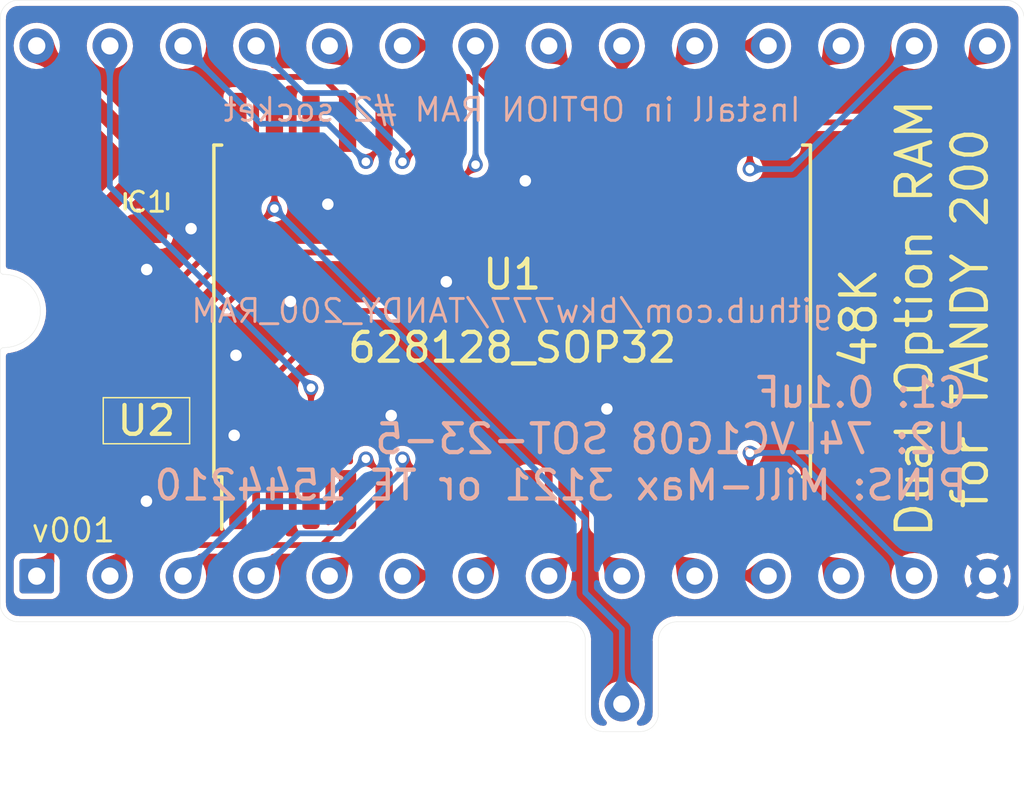
<source format=kicad_pcb>
(kicad_pcb (version 20211014) (generator pcbnew)
  (title_block (title "TANDY 200 Dual RAM") (date "2022-09-16") (rev "001") (company "b.kenyon.w@gmail.com") (comment 1 "github.com/bkw777/TANDY_200_RAM"))
  (layers (0 "F.Cu" signal) (31 "B.Cu" signal) (34 "B.Paste" user) (35 "F.Paste" user) (36 "B.SilkS" user "B.Silkscreen") (37 "F.SilkS" user "F.Silkscreen") (38 "B.Mask" user) (39 "F.Mask" user) (44 "Edge.Cuts" user))
  (net 0 "")
  (net 1 "/D0")
  (net 2 "/D1")
  (net 3 "GND")
  (net 4 "/D2")
  (net 5 "/D3")
  (net 6 "VCC")
  (net 7 "/D4")
  (net 8 "/A11")
  (net 9 "/A12")
  (net 10 "/D5")
  (net 11 "/A7")
  (net 12 "/A6")
  (net 13 "/A5")
  (net 14 "/D6")
  (net 15 "/A4")
  (net 16 "/D7")
  (net 17 "/A3")
  (net 18 "/~{BANK6}")
  (net 19 "/A2")
  (net 20 "/A13")
  (net 21 "/A1")
  (net 22 "/A14")
  (net 23 "/A0")
  (net 24 "/A10")
  (net 25 "/~{BANK5}")
  (net 26 "/~{WE}")
  (net 27 "/A9")
  (net 28 "/A8")
  (net 29 "/RAM_RST")
  (net 30 "/~{CE}")
  (footprint "000_LOCAL:Mill-Max 3121" (layer "F.Cu") (at 151.13 112.71)
    (fp_text reference "J1" hide)
    (fp_text value "Conn_01x01_Male" hide)
  )
  (footprint "000_LOCAL:C_0805" (layer "F.Cu") (at 134.62 95.25 -90)
    (fp_text reference "C1")
    (fp_text value "0.1uF" hide)
  )
  (footprint "000_LOCAL:SOP-32" (layer "F.Cu") (at 147.32 99.06 90)
    (fp_text reference "U1")
    (fp_text value "628128_SOP32")
  )
  (footprint "000_LOCAL:KEL ICC05-028-360TP" (layer "F.Cu") (at 147.32 99.06 90)
    (fp_text reference "J2" hide)
    (fp_text value "TANDY_26-3688")
  )
  (footprint "000_LOCAL:SOT-23-5" (layer "F.Cu") (at 134.62 102.87 90)
    (fp_text reference "U2")
    (fp_text value "74LVC1G08" hide)
  )
  (gr_arc (start 129.667 97.79) (mid 129.577197 97.752803) (end 129.54 97.663) (layer "Edge.Cuts") (width 0.01))
  (gr_line (start 153.035 109.855) (end 164.465 109.855) (layer "Edge.Cuts") (width 0.01))
  (gr_line (start 164.465 88.265) (end 130.175 88.265) (layer "Edge.Cuts") (width 0.01))
  (gr_line (start 150.495 113.665) (end 151.765 113.665) (layer "Edge.Cuts") (width 0.01))
  (gr_arc (start 152.4 110.49) (mid 152.585987 110.040987) (end 153.035 109.855) (layer "Edge.Cuts") (width 0.01))
  (gr_line (start 129.54 100.457) (end 129.54 109.22) (layer "Edge.Cuts") (width 0.01))
  (gr_line (start 149.225 109.855) (end 130.175 109.855) (layer "Edge.Cuts") (width 0.01))
  (gr_arc (start 149.225 109.855) (mid 149.674013 110.040987) (end 149.86 110.49) (layer "Edge.Cuts") (width 0.01))
  (gr_arc (start 150.495 113.665) (mid 150.045987 113.479013) (end 149.86 113.03) (layer "Edge.Cuts") (width 0.01))
  (gr_arc (start 129.54 100.457) (mid 129.577197 100.367197) (end 129.667 100.33) (layer "Edge.Cuts") (width 0.01))
  (gr_arc (start 164.465 88.265) (mid 164.914013 88.450987) (end 165.1 88.9) (layer "Edge.Cuts") (width 0.01))
  (gr_line (start 152.4 113.03) (end 152.4 110.49) (layer "Edge.Cuts") (width 0.01))
  (gr_arc (start 129.54 88.9) (mid 129.725987 88.450987) (end 130.175 88.265) (layer "Edge.Cuts") (width 0.01))
  (gr_arc (start 129.667 97.79) (mid 130.937 99.06) (end 129.667 100.33) (layer "Edge.Cuts") (width 0.01))
  (gr_line (start 149.86 113.03) (end 149.86 110.49) (layer "Edge.Cuts") (width 0.01))
  (gr_line (start 165.1 109.22) (end 165.1 88.9) (layer "Edge.Cuts") (width 0.01))
  (gr_arc (start 130.175 109.855) (mid 129.725987 109.669013) (end 129.54 109.22) (layer "Edge.Cuts") (width 0.01))
  (gr_arc (start 165.1 109.22) (mid 164.914013 109.669013) (end 164.465 109.855) (layer "Edge.Cuts") (width 0.01))
  (gr_arc (start 152.4 113.03) (mid 152.214013 113.479013) (end 151.765 113.665) (layer "Edge.Cuts") (width 0.01))
  (gr_line (start 129.54 97.663) (end 129.54 88.9) (layer "Edge.Cuts") (width 0.01))
  (gr_text "${COMMENT1}" (at 147.32 99.06) (layer "B.SilkS") (effects (font (size 0.8 0.8) (thickness 0.1)) (justify mirror)))
  (gr_text "C1: 0.1uF\nU2: 74LVC1G08 SOT-23-5\nPINS: Mill-Max 3121 or TE 1544210" (at 163.195 103.505) (layer "B.SilkS") (effects (font (size 1 1)) (justify left mirror)))
  (gr_text "Install in OPTION RAM #2 socket" (at 147.32 92.075) (layer "B.SilkS") (effects (font (size 0.8 0.8) (thickness 0.1)) (justify mirror)))
  (gr_text "v${REVISION}" (at 132.08 106.68) (layer "F.SilkS") (effects (font (size 0.8 0.8) (thickness 0.1))))
  (gr_text "48K\nDual Option RAM\nfor TANDY 200" (at 161.29 99.314 90) (layer "F.SilkS") (effects (font (size 1.2 1.2))))
  (segment (start 155.3337 108.2675) (end 156.21 108.2675) (width 0.2) (layer "F.Cu") (net 1))
  (segment (start 153.035 105.61) (end 153.035 106.3498) (width 0.2) (layer "F.Cu") (net 1))
  (segment (start 153.8732 107.188) (end 154.2542 107.188) (width 0.2) (layer "F.Cu") (net 1))
  (segment (start 153.035 106.3498) (end 153.8732 107.188) (width 0.2) (layer "F.Cu") (net 1))
  (segment (start 154.2542 107.188) (end 155.3337 108.2675) (width 0.2) (layer "F.Cu") (net 1))
  (segment (start 157.6451 107.1626) (end 155.1432 107.1626) (width 0.2) (layer "F.Cu") (net 2))
  (segment (start 155.1432 107.1626) (end 154.305 106.3244) (width 0.2) (layer "F.Cu") (net 2))
  (segment (start 158.75 108.2675) (end 157.6451 107.1626) (width 0.2) (layer "F.Cu") (net 2))
  (segment (start 154.305 106.3244) (end 154.305 105.61) (width 0.2) (layer "F.Cu") (net 2))
  (via (at 134.62 105.664) (size 0.6) (drill 0.4) (layers "F.Cu" "B.Cu") (net 3))
  (via (at 140.9192 95.3516) (size 0.6) (drill 0.4) (layers "F.Cu" "B.Cu") (net 3))
  (via (at 139.62 98.73) (size 0.6) (drill 0.4) (layers "F.Cu" "B.Cu") (net 3))
  (via (at 147.7772 94.5388) (size 0.6) (drill 0.4) (layers "F.Cu" "B.Cu") (net 3))
  (via (at 134.63 97.62) (size 0.6) (drill 0.4) (layers "F.Cu" "B.Cu") (net 3))
  (via (at 137.73 100.6) (size 0.6) (drill 0.4) (layers "F.Cu" "B.Cu") (net 3))
  (via (at 150.61 102.46) (size 0.6) (drill 0.4) (layers "F.Cu" "B.Cu") (net 3))
  (via (at 136.17 96.2) (size 0.6) (drill 0.4) (layers "F.Cu" "B.Cu") (net 3))
  (via (at 137.668 103.378) (size 0.6) (drill 0.4) (layers "F.Cu" "B.Cu") (net 3))
  (via (at 145.034 98.044) (size 0.6) (drill 0.4) (layers "F.Cu" "B.Cu") (net 3))
  (via (at 143.12 102.69) (size 0.6) (drill 0.4) (layers "F.Cu" "B.Cu") (net 3))
  (segment (start 155.575 103.9876) (end 155.575 105.61) (width 0.2) (layer "F.Cu") (net 4))
  (via (at 155.575 103.9876) (size 0.5) (drill 0.3) (layers "F.Cu" "B.Cu") (net 4))
  (segment (start 155.575 103.9876) (end 157.0101 103.9876) (width 0.2) (layer "B.Cu") (net 4))
  (segment (start 157.0101 103.9876) (end 161.29 108.2675) (width 0.2) (layer "B.Cu") (net 4))
  (segment (start 156.845 92.51) (end 161.1725 92.51) (width 0.2) (layer "F.Cu") (net 5))
  (segment (start 161.1725 92.51) (end 163.83 89.8525) (width 0.2) (layer "F.Cu") (net 5))
  (segment (start 134.82 94.1) (end 137.07 94.1) (width 0.6) (layer "F.Cu") (net 6))
  (segment (start 134.19 93.2325) (end 134.19 94.3) (width 0.6) (layer "F.Cu") (net 6))
  (segment (start 137.795 93.375) (end 137.795 92.51) (width 0.6) (layer "F.Cu") (net 6))
  (segment (start 133.24 95.46) (end 134.4 94.3) (width 0.6) (layer "F.Cu") (net 6))
  (segment (start 134.62 94.3) (end 134.82 94.1) (width 0.6) (layer "F.Cu") (net 6))
  (segment (start 133.67 101.62) (end 133.67 99.43) (width 0.6) (layer "F.Cu") (net 6))
  (segment (start 133.24 99) (end 133.24 95.46) (width 0.6) (layer "F.Cu") (net 6))
  (segment (start 133.67 99.43) (end 133.24 99) (width 0.6) (layer "F.Cu") (net 6))
  (segment (start 130.81 89.8525) (end 134.19 93.2325) (width 0.6) (layer "F.Cu") (net 6))
  (segment (start 134.19 94.3) (end 134.62 94.3) (width 0.6) (layer "F.Cu") (net 6))
  (segment (start 134.4 94.3) (end 134.62 94.3) (width 0.6) (layer "F.Cu") (net 6))
  (segment (start 137.07 94.1) (end 137.795 93.375) (width 0.6) (layer "F.Cu") (net 6))
  (segment (start 155.575 92.51) (end 155.575 94.1324) (width 0.2) (layer "F.Cu") (net 7))
  (via (at 155.575 94.1324) (size 0.5) (drill 0.3) (layers "F.Cu" "B.Cu") (net 7))
  (segment (start 157.0101 94.1324) (end 161.29 89.8525) (width 0.2) (layer "B.Cu") (net 7))
  (segment (start 155.575 94.1324) (end 157.0101 94.1324) (width 0.2) (layer "B.Cu") (net 7))
  (segment (start 144.4625 89.8525) (end 143.51 89.8525) (width 0.2) (layer "F.Cu") (net 8))
  (segment (start 145.542 90.932) (end 144.4625 89.8525) (width 0.2) (layer "F.Cu") (net 8))
  (segment (start 145.796 90.932) (end 145.542 90.932) (width 0.2) (layer "F.Cu") (net 8))
  (segment (start 146.685 91.821) (end 145.796 90.932) (width 0.2) (layer "F.Cu") (net 8))
  (segment (start 146.685 92.51) (end 146.685 91.821) (width 0.2) (layer "F.Cu") (net 8))
  (segment (start 141.605 106.299) (end 141.605 105.61) (width 0.2) (layer "F.Cu") (net 9))
  (segment (start 140.716 107.188) (end 141.605 106.299) (width 0.2) (layer "F.Cu") (net 9))
  (segment (start 133.35 107.95) (end 134.112 107.188) (width 0.2) (layer "F.Cu") (net 9))
  (segment (start 134.112 107.188) (end 140.716 107.188) (width 0.2) (layer "F.Cu") (net 9))
  (segment (start 133.35 108.2675) (end 133.35 107.95) (width 0.2) (layer "F.Cu") (net 9))
  (segment (start 155.194 90.932) (end 157.6705 90.932) (width 0.2) (layer "F.Cu") (net 10))
  (segment (start 154.305 92.51) (end 154.305 91.821) (width 0.2) (layer "F.Cu") (net 10))
  (segment (start 154.305 91.821) (end 155.194 90.932) (width 0.2) (layer "F.Cu") (net 10))
  (segment (start 157.6705 90.932) (end 158.75 89.8525) (width 0.2) (layer "F.Cu") (net 10))
  (segment (start 142.875 105.61) (end 142.875 104.8258) (width 0.2) (layer "F.Cu") (net 11))
  (segment (start 142.875 104.8258) (end 142.24 104.1908) (width 0.2) (layer "F.Cu") (net 11))
  (via (at 142.24 104.1908) (size 0.5) (drill 0.3) (layers "F.Cu" "B.Cu") (net 11))
  (segment (start 138.4935 105.664) (end 135.89 108.2675) (width 0.2) (layer "B.Cu") (net 11))
  (segment (start 140.7668 105.664) (end 138.4935 105.664) (width 0.2) (layer "B.Cu") (net 11))
  (segment (start 142.24 104.1908) (end 140.7668 105.664) (width 0.2) (layer "B.Cu") (net 11))
  (segment (start 144.145 104.8258) (end 143.51 104.1908) (width 0.2) (layer "F.Cu") (net 12))
  (segment (start 144.145 105.61) (end 144.145 104.8258) (width 0.2) (layer "F.Cu") (net 12))
  (via (at 143.51 104.1908) (size 0.5) (drill 0.3) (layers "F.Cu" "B.Cu") (net 12))
  (segment (start 139.9159 106.7816) (end 138.43 108.2675) (width 0.2) (layer "B.Cu") (net 12))
  (segment (start 141.3256 106.7816) (end 139.9159 106.7816) (width 0.2) (layer "B.Cu") (net 12))
  (segment (start 143.51 104.1908) (end 143.51 104.5972) (width 0.2) (layer "B.Cu") (net 12))
  (segment (start 143.51 104.5972) (end 141.3256 106.7816) (width 0.2) (layer "B.Cu") (net 12))
  (segment (start 145.415 106.3244) (end 144.5768 107.1626) (width 0.2) (layer "F.Cu") (net 13))
  (segment (start 145.415 105.61) (end 145.415 106.3244) (width 0.2) (layer "F.Cu") (net 13))
  (segment (start 142.0749 107.1626) (end 140.97 108.2675) (width 0.2) (layer "F.Cu") (net 13))
  (segment (start 144.5768 107.1626) (end 142.0749 107.1626) (width 0.2) (layer "F.Cu") (net 13))
  (segment (start 153.035 92.51) (end 153.035 91.821) (width 0.2) (layer "F.Cu") (net 14))
  (segment (start 154.178 90.932) (end 155.2575 89.8525) (width 0.2) (layer "F.Cu") (net 14))
  (segment (start 153.924 90.932) (end 154.178 90.932) (width 0.2) (layer "F.Cu") (net 14))
  (segment (start 155.2575 89.8525) (end 156.21 89.8525) (width 0.2) (layer "F.Cu") (net 14))
  (segment (start 153.035 91.821) (end 153.924 90.932) (width 0.2) (layer "F.Cu") (net 14))
  (segment (start 146.685 106.3244) (end 145.8976 107.1118) (width 0.2) (layer "F.Cu") (net 15))
  (segment (start 145.542 107.1118) (end 144.3863 108.2675) (width 0.2) (layer "F.Cu") (net 15))
  (segment (start 146.685 105.61) (end 146.685 106.3244) (width 0.2) (layer "F.Cu") (net 15))
  (segment (start 144.3863 108.2675) (end 143.51 108.2675) (width 0.2) (layer "F.Cu") (net 15))
  (segment (start 145.8976 107.1118) (end 145.542 107.1118) (width 0.2) (layer "F.Cu") (net 15))
  (segment (start 151.765 91.7575) (end 153.67 89.8525) (width 0.2) (layer "F.Cu") (net 16))
  (segment (start 151.765 92.51) (end 151.765 91.7575) (width 0.2) (layer "F.Cu") (net 16))
  (segment (start 147.955 106.3625) (end 146.05 108.2675) (width 0.2) (layer "F.Cu") (net 17))
  (segment (start 147.955 105.61) (end 147.955 106.3625) (width 0.2) (layer "F.Cu") (net 17))
  (segment (start 147.574 99.06) (end 141.351 99.06) (width 0.2) (layer "F.Cu") (net 18))
  (segment (start 151.13 95.504) (end 147.574 99.06) (width 0.2) (layer "F.Cu") (net 18))
  (segment (start 141.351 99.06) (end 139.065 101.346) (width 0.2) (layer "F.Cu") (net 18))
  (segment (start 139.065 101.346) (end 139.065 102.743) (width 0.2) (layer "F.Cu") (net 18))
  (segment (start 134.62 104.12) (end 134.8232 103.9168) (width 0.2) (layer "F.Cu") (net 18))
  (segment (start 139.065 102.743) (end 139.065 105.61) (width 0.2) (layer "F.Cu") (net 18))
  (segment (start 134.8232 103.9168) (end 134.8232 103.505) (width 0.2) (layer "F.Cu") (net 18))
  (segment (start 151.13 89.8525) (end 151.13 95.504) (width 0.2) (layer "F.Cu") (net 18))
  (segment (start 134.8232 103.505) (end 135.8392 102.489) (width 0.2) (layer "F.Cu") (net 18))
  (segment (start 135.8392 102.489) (end 139.065 102.489) (width 0.2) (layer "F.Cu") (net 18))
  (segment (start 149.225 105.61) (end 149.225 107.6325) (width 0.2) (layer "F.Cu") (net 19))
  (segment (start 149.225 107.6325) (end 148.59 108.2675) (width 0.2) (layer "F.Cu") (net 19))
  (segment (start 142.24 93.8784) (end 142.875 93.2434) (width 0.2) (layer "F.Cu") (net 20))
  (segment (start 142.875 93.2434) (end 142.875 92.51) (width 0.2) (layer "F.Cu") (net 20))
  (via (at 142.24 93.8784) (size 0.5) (drill 0.3) (layers "F.Cu" "B.Cu") (net 20))
  (segment (start 140.9192 92.5576) (end 138.5951 92.5576) (width 0.2) (layer "B.Cu") (net 20))
  (segment (start 142.24 93.8784) (end 140.9192 92.5576) (width 0.2) (layer "B.Cu") (net 20))
  (segment (start 138.5951 92.5576) (end 135.89 89.8525) (width 0.2) (layer "B.Cu") (net 20))
  (segment (start 150.495 105.61) (end 150.495 107.6325) (width 0.2) (layer "F.Cu") (net 21))
  (segment (start 150.495 107.6325) (end 151.13 108.2675) (width 0.2) (layer "F.Cu") (net 21))
  (segment (start 140.335 105.61) (end 140.335 101.727) (width 0.2) (layer "F.Cu") (net 22))
  (via (at 140.335 101.727) (size 0.5) (drill 0.3) (layers "F.Cu" "B.Cu") (net 22))
  (segment (start 140.335 101.727) (end 133.35 94.742) (width 0.2) (layer "B.Cu") (net 22))
  (segment (start 133.35 94.742) (end 133.35 89.8525) (width 0.2) (layer "B.Cu") (net 22))
  (segment (start 151.765 105.61) (end 151.765 106.3625) (width 0.2) (layer "F.Cu") (net 23))
  (segment (start 151.765 106.3625) (end 153.67 108.2675) (width 0.2) (layer "F.Cu") (net 23))
  (segment (start 149.225 90.4875) (end 148.59 89.8525) (width 0.2) (layer "F.Cu") (net 24))
  (segment (start 149.225 92.51) (end 149.225 90.4875) (width 0.2) (layer "F.Cu") (net 24))
  (segment (start 139.065 95.504) (end 134.874 99.695) (width 0.2) (layer "F.Cu") (net 25))
  (segment (start 134.874 102.4636) (end 133.8834 103.4542) (width 0.2) (layer "F.Cu") (net 25))
  (segment (start 133.8834 103.9066) (end 133.67 104.12) (width 0.2) (layer "F.Cu") (net 25))
  (segment (start 133.8834 103.4542) (end 133.8834 103.9066) (width 0.2) (layer "F.Cu") (net 25))
  (segment (start 139.065 92.51) (end 139.065 95.504) (width 0.2) (layer "F.Cu") (net 25))
  (segment (start 134.874 99.695) (end 134.874 102.4636) (width 0.2) (layer "F.Cu") (net 25))
  (via (at 139.065 95.504) (size 0.5) (drill 0.3) (layers "F.Cu" "B.Cu") (net 25))
  (segment (start 149.86 106.299) (end 149.86 108.839) (width 0.2) (layer "B.Cu") (net 25))
  (segment (start 139.065 95.504) (end 149.86 106.299) (width 0.2) (layer "B.Cu") (net 25))
  (segment (start 151.13 110.109) (end 151.13 112.71) (width 0.2) (layer "B.Cu") (net 25))
  (segment (start 149.86 108.839) (end 151.13 110.109) (width 0.2) (layer "B.Cu") (net 25))
  (segment (start 138.43 95.35) (end 138.43 91.313) (width 0.2) (layer "F.Cu") (net 26))
  (segment (start 133.2992 102.87) (end 133.731 102.87) (width 0.2) (layer "F.Cu") (net 26))
  (segment (start 140.716 90.932) (end 141.605 91.821) (width 0.2) (layer "F.Cu") (net 26))
  (segment (start 134.366 102.235) (end 134.366 99.414) (width 0.2) (layer "F.Cu") (net 26))
  (segment (start 131.318 107.7595) (end 131.318 104.8512) (width 0.2) (layer "F.Cu") (net 26))
  (segment (start 138.43 91.313) (end 138.811 90.932) (width 0.2) (layer "F.Cu") (net 26))
  (segment (start 130.81 108.2675) (end 131.318 107.7595) (width 0.2) (layer "F.Cu") (net 26))
  (segment (start 131.318 104.8512) (end 133.2992 102.87) (width 0.2) (layer "F.Cu") (net 26))
  (segment (start 138.811 90.932) (end 140.716 90.932) (width 0.2) (layer "F.Cu") (net 26))
  (segment (start 133.731 102.87) (end 134.366 102.235) (width 0.2) (layer "F.Cu") (net 26))
  (segment (start 141.605 91.821) (end 141.605 92.51) (width 0.2) (layer "F.Cu") (net 26))
  (segment (start 134.366 99.414) (end 138.43 95.35) (width 0.2) (layer "F.Cu") (net 26))
  (segment (start 140.97 89.8525) (end 142.0495 90.932) (width 0.2) (layer "F.Cu") (net 27))
  (segment (start 145.415 91.821) (end 145.415 92.51) (width 0.2) (layer "F.Cu") (net 27))
  (segment (start 142.0495 90.932) (end 144.526 90.932) (width 0.2) (layer "F.Cu") (net 27))
  (segment (start 144.526 90.932) (end 145.415 91.821) (width 0.2) (layer "F.Cu") (net 27))
  (segment (start 143.51 93.8784) (end 144.145 93.2434) (width 0.2) (layer "F.Cu") (net 28))
  (segment (start 144.145 93.2434) (end 144.145 92.51) (width 0.2) (layer "F.Cu") (net 28))
  (via (at 143.51 93.8784) (size 0.5) (drill 0.3) (layers "F.Cu" "B.Cu") (net 28))
  (segment (start 141.5034 91.4908) (end 140.0683 91.4908) (width 0.2) (layer "B.Cu") (net 28))
  (segment (start 143.51 93.8784) (end 143.51 93.4974) (width 0.2) (layer "B.Cu") (net 28))
  (segment (start 143.51 93.4974) (end 141.5034 91.4908) (width 0.2) (layer "B.Cu") (net 28))
  (segment (start 140.0683 91.4908) (end 138.43 89.8525) (width 0.2) (layer "B.Cu") (net 28))
  (segment (start 141.7828 94.6912) (end 145.3388 94.6912) (width 0.2) (layer "F.Cu") (net 29))
  (segment (start 145.3388 94.6912) (end 146.05 93.98) (width 0.2) (layer "F.Cu") (net 29))
  (segment (start 140.335 93.2434) (end 141.7828 94.6912) (width 0.2) (layer "F.Cu") (net 29))
  (segment (start 140.335 92.51) (end 140.335 93.2434) (width 0.2) (layer "F.Cu") (net 29))
  (via (at 146.05 93.98) (size 0.5) (drill 0.3) (layers "F.Cu" "B.Cu") (net 29))
  (segment (start 146.05 93.98) (end 146.05 89.8525) (width 0.2) (layer "B.Cu") (net 29))
  (segment (start 150.495 92.51) (end 150.495 93.98) (width 0.2) (layer "F.Cu") (net 30))
  (segment (start 147.447 97.028) (end 139.192 97.028) (width 0.2) (layer "F.Cu") (net 30))
  (segment (start 139.192 97.028) (end 135.57 100.65) (width 0.2) (layer "F.Cu") (net 30))
  (segment (start 135.57 100.65) (end 135.57 101.62) (width 0.2) (layer "F.Cu") (net 30))
  (segment (start 150.495 93.98) (end 147.447 97.028) (width 0.2) (layer "F.Cu") (net 30))
  (zone (net 19) (net_name "/A2") (layer "F.Cu") (priority 16962) (connect_pads yes (clearance 0)) (min_thickness 0.0254) (fill yes (thermal_gap 0.508) (thermal_bridge_width 0.508))
    (polygon (pts (xy 149.125 107.330526) (xy 149.113711 107.437348) (xy 149.081608 107.515136) (xy 149.031339 107.56896) (xy 148.965549 107.603892) (xy 148.886886 107.625003) (xy 148.797995 107.637363) (xy 148.701524 107.646045) (xy 148.600119 107.656119) (xy 148.496427 107.672657) (xy 148.393095 107.70073) (xy 148.377868 108.479632) (xy 149.19 108.2675) (xy 149.19378 108.152828) (xy 149.20404 108.055547) (xy 149.219159 107.970884) (xy 149.23752 107.894063) (xy 149.2575 107.820312) (xy 149.27748 107.744857) (xy 149.29584 107.662925) (xy 149.31096 107.569741) (xy 149.32122 107.460532) (xy 149.325 107.330526)))
  )
  (zone (net 27) (net_name "/A9") (layer "F.Cu") (priority 16962) (connect_pads yes (clearance 0)) (min_thickness 0.0254) (fill yes (thermal_gap 0.508) (thermal_bridge_width 0.508))
    (polygon (pts (xy 145.315 91.92) (xy 145.312689 91.987298) (xy 145.306028 92.043799) (xy 145.295425 92.09177) (xy 145.281286 92.133479) (xy 145.264018 92.171193) (xy 145.244029 92.207182) (xy 145.221725 92.243713) (xy 145.197514 92.283053) (xy 145.171803 92.32747) (xy 145.145 92.379234) (xy 145.415 92.66) (xy 145.685 92.379234) (xy 145.658196 92.32747) (xy 145.632485 92.283053) (xy 145.608274 92.243713) (xy 145.58597 92.207182) (xy 145.565981 92.171193) (xy 145.548713 92.133479) (xy 145.534574 92.09177) (xy 145.523971 92.043799) (xy 145.51731 91.987298) (xy 145.515 91.92)))
  )
  (zone (net 30) (net_name "/~{CE}") (layer "F.Cu") (priority 16962) (connect_pads yes (clearance 0)) (min_thickness 0.0254) (fill yes (thermal_gap 0.508) (thermal_bridge_width 0.508))
    (polygon (pts (xy 135.47 101.03) (xy 135.467689 101.097298) (xy 135.461028 101.153799) (xy 135.450425 101.20177) (xy 135.436286 101.243479) (xy 135.419018 101.281193) (xy 135.399029 101.317182) (xy 135.376725 101.353713) (xy 135.352514 101.393053) (xy 135.326803 101.43747) (xy 135.3 101.489234) (xy 135.57 101.77) (xy 135.84 101.489234) (xy 135.813196 101.43747) (xy 135.787485 101.393053) (xy 135.763274 101.353713) (xy 135.74097 101.317182) (xy 135.720981 101.281193) (xy 135.703713 101.243479) (xy 135.689574 101.20177) (xy 135.678971 101.153799) (xy 135.67231 101.097298) (xy 135.67 101.03)))
  )
  (zone (net 15) (net_name "/A4") (layer "F.Cu") (priority 16962) (connect_pads yes (clearance 0)) (min_thickness 0.0254) (fill yes (thermal_gap 0.508) (thermal_bridge_width 0.508))
    (polygon (pts (xy 146.785 106.2) (xy 146.78731 106.132701) (xy 146.793971 106.0762) (xy 146.804574 106.028229) (xy 146.818713 105.98652) (xy 146.835981 105.948806) (xy 146.85597 105.912817) (xy 146.878274 105.876286) (xy 146.902485 105.836946) (xy 146.928196 105.792529) (xy 146.955 105.740766) (xy 146.685 105.46) (xy 146.415 105.740766) (xy 146.441803 105.792529) (xy 146.467514 105.836946) (xy 146.491725 105.876286) (xy 146.514029 105.912817) (xy 146.534018 105.948806) (xy 146.551286 105.98652) (xy 146.565425 106.028229) (xy 146.576028 106.0762) (xy 146.582689 106.132701) (xy 146.585 106.2)))
  )
  (zone (net 7) (net_name "/D4") (layer "F.Cu") (priority 16962) (connect_pads yes (clearance 0)) (min_thickness 0.0254) (fill yes (thermal_gap 0.508) (thermal_bridge_width 0.508))
    (polygon (pts (xy 155.675 93.1) (xy 155.67731 93.032701) (xy 155.683971 92.9762) (xy 155.694574 92.928229) (xy 155.708713 92.88652) (xy 155.725981 92.848806) (xy 155.74597 92.812817) (xy 155.768274 92.776286) (xy 155.792485 92.736946) (xy 155.818196 92.692529) (xy 155.845 92.640766) (xy 155.575 92.36) (xy 155.305 92.640766) (xy 155.331803 92.692529) (xy 155.357514 92.736946) (xy 155.381725 92.776286) (xy 155.404029 92.812817) (xy 155.424018 92.848806) (xy 155.441286 92.88652) (xy 155.455425 92.928229) (xy 155.466028 92.9762) (xy 155.472689 93.032701) (xy 155.475 93.1)))
  )
  (zone (net 2) (net_name "/D1") (layer "F.Cu") (priority 16962) (connect_pads yes (clearance 0)) (min_thickness 0.0254) (fill yes (thermal_gap 0.508) (thermal_bridge_width 0.508))
    (polygon (pts (xy 154.405 106.2) (xy 154.40731 106.132701) (xy 154.413971 106.0762) (xy 154.424574 106.028229) (xy 154.438713 105.98652) (xy 154.455981 105.948806) (xy 154.47597 105.912817) (xy 154.498274 105.876286) (xy 154.522485 105.836946) (xy 154.548196 105.792529) (xy 154.575 105.740766) (xy 154.305 105.46) (xy 154.035 105.740766) (xy 154.061803 105.792529) (xy 154.087514 105.836946) (xy 154.111725 105.876286) (xy 154.134029 105.912817) (xy 154.154018 105.948806) (xy 154.171286 105.98652) (xy 154.185425 106.028229) (xy 154.196028 106.0762) (xy 154.202689 106.132701) (xy 154.205 106.2)))
  )
  (zone (net 15) (net_name "/A4") (layer "F.Cu") (priority 16962) (connect_pads yes (clearance 0)) (min_thickness 0.0254) (fill yes (thermal_gap 0.508) (thermal_bridge_width 0.508))
    (polygon (pts (xy 144.544479 107.967899) (xy 144.461947 108.034903) (xy 144.384968 108.067698) (xy 144.311896 108.071524) (xy 144.241086 108.051624) (xy 144.17089 108.013238) (xy 144.099664 107.96161) (xy 144.025761 107.90198) (xy 143.947535 107.839591) (xy 143.863341 107.779683) (xy 143.771533 107.7275) (xy 143.21 108.2675) (xy 143.934264 108.691764) (xy 144.018123 108.612641) (xy 144.093765 108.549858) (xy 144.163546 108.499027) (xy 144.229823 108.45576) (xy 144.294953 108.415671) (xy 144.361294 108.374371) (xy 144.431202 108.327473) (xy 144.507034 108.270591) (xy 144.591148 108.199336) (xy 144.685901 108.109321)))
  )
  (zone (net 9) (net_name "/A12") (layer "F.Cu") (priority 16962) (connect_pads yes (clearance 0)) (min_thickness 0.0254) (fill yes (thermal_gap 0.508) (thermal_bridge_width 0.508))
    (polygon (pts (xy 133.943969 107.21461) (xy 133.827575 107.321561) (xy 133.721584 107.4017) (xy 133.623575 107.461161) (xy 133.531126 107.506077) (xy 133.441815 107.542581) (xy 133.353221 107.576808) (xy 133.262923 107.614892) (xy 133.168498 107.662965) (xy 133.067525 107.727162) (xy 132.957584 107.813618) (xy 133.231279 108.543008) (xy 133.949415 108.241017) (xy 133.940449 108.129144) (xy 133.926489 108.028233) (xy 133.911286 107.936121) (xy 133.898596 107.850645) (xy 133.892171 107.769642) (xy 133.895764 107.690949) (xy 133.913129 107.612405) (xy 133.948019 107.531845) (xy 134.004188 107.447108) (xy 134.08539 107.356031)))
  )
  (zone (net 19) (net_name "/A2") (layer "F.Cu") (priority 16962) (connect_pads yes (clearance 0)) (min_thickness 0.0254) (fill yes (thermal_gap 0.508) (thermal_bridge_width 0.508))
    (polygon (pts (xy 149.325 106.2) (xy 149.32731 106.132701) (xy 149.333971 106.0762) (xy 149.344574 106.028229) (xy 149.358713 105.98652) (xy 149.375981 105.948806) (xy 149.39597 105.912817) (xy 149.418274 105.876286) (xy 149.442485 105.836946) (xy 149.468196 105.792529) (xy 149.495 105.740766) (xy 149.225 105.46) (xy 148.955 105.740766) (xy 148.981803 105.792529) (xy 149.007514 105.836946) (xy 149.031725 105.876286) (xy 149.054029 105.912817) (xy 149.074018 105.948806) (xy 149.091286 105.98652) (xy 149.105425 106.028229) (xy 149.116028 106.0762) (xy 149.122689 106.132701) (xy 149.125 106.2)))
  )
  (zone (net 10) (net_name "/D5") (layer "F.Cu") (priority 16962) (connect_pads yes (clearance 0)) (min_thickness 0.0254) (fill yes (thermal_gap 0.508) (thermal_bridge_width 0.508))
    (polygon (pts (xy 157.979254 90.764667) (xy 158.083089 90.67073) (xy 158.178384 90.603497) (xy 158.267752 90.557904) (xy 158.353807 90.528887) (xy 158.439161 90.511382) (xy 158.526429 90.500323) (xy 158.618223 90.490646) (xy 158.717158 90.477288) (xy 158.825848 90.455184) (xy 158.946905 90.41927) (xy 158.962132 89.640368) (xy 158.18323 89.655595) (xy 158.147315 89.776651) (xy 158.125211 89.885341) (xy 158.111853 89.984276) (xy 158.102176 90.07607) (xy 158.091117 90.163338) (xy 158.073612 90.248692) (xy 158.044595 90.334747) (xy 157.999002 90.424115) (xy 157.931769 90.51941) (xy 157.837833 90.623246)))
  )
  (zone (net 26) (net_name "/~{WE}") (layer "F.Cu") (priority 16962) (connect_pads yes (clearance 0)) (min_thickness 0.0254) (fill yes (thermal_gap 0.508) (thermal_bridge_width 0.508))
    (polygon (pts (xy 141.505 91.92) (xy 141.502689 91.987298) (xy 141.496028 92.043799) (xy 141.485425 92.09177) (xy 141.471286 92.133479) (xy 141.454018 92.171193) (xy 141.434029 92.207182) (xy 141.411725 92.243713) (xy 141.387514 92.283053) (xy 141.361803 92.32747) (xy 141.335 92.379234) (xy 141.605 92.66) (xy 141.875 92.379234) (xy 141.848196 92.32747) (xy 141.822485 92.283053) (xy 141.798274 92.243713) (xy 141.77597 92.207182) (xy 141.755981 92.171193) (xy 141.738713 92.133479) (xy 141.724574 92.09177) (xy 141.713971 92.043799) (xy 141.70731 91.987298) (xy 141.705 91.92)))
  )
  (zone (net 4) (net_name "/D2") (layer "F.Cu") (priority 16962) (connect_pads yes (clearance 0)) (min_thickness 0.0254) (fill yes (thermal_gap 0.508) (thermal_bridge_width 0.508))
    (polygon (pts (xy 155.675 104.4776) (xy 155.676533 104.422268) (xy 155.681008 104.375415) (xy 155.688234 104.335297) (xy 155.698024 104.300169) (xy 155.710188 104.268288) (xy 155.724536 104.237911) (xy 155.740881 104.207295) (xy 155.759032 104.174695) (xy 155.778802 104.138369) (xy 155.8 104.096572) (xy 155.575 103.8626) (xy 155.35 104.096572) (xy 155.371197 104.138369) (xy 155.390967 104.174695) (xy 155.409118 104.207295) (xy 155.425463 104.237911) (xy 155.439811 104.268288) (xy 155.451975 104.300169) (xy 155.461765 104.335297) (xy 155.468991 104.375415) (xy 155.473466 104.422268) (xy 155.475 104.4776)))
  )
  (zone (net 25) (net_name "/~{BANK5}") (layer "F.Cu") (priority 16962) (connect_pads yes (clearance 0)) (min_thickness 0.0254) (fill yes (thermal_gap 0.508) (thermal_bridge_width 0.508))
    (polygon (pts (xy 138.965 95.014) (xy 138.963466 95.069331) (xy 138.958991 95.116184) (xy 138.951765 95.156302) (xy 138.941975 95.19143) (xy 138.929811 95.223311) (xy 138.915463 95.253688) (xy 138.899118 95.284304) (xy 138.880967 95.316904) (xy 138.861197 95.35323) (xy 138.84 95.395028) (xy 139.065 95.629) (xy 139.29 95.395028) (xy 139.268802 95.35323) (xy 139.249032 95.316904) (xy 139.230881 95.284304) (xy 139.214536 95.253688) (xy 139.200188 95.223311) (xy 139.188024 95.19143) (xy 139.178234 95.156302) (xy 139.171008 95.116184) (xy 139.166533 95.069331) (xy 139.165 95.014)))
  )
  (zone (net 23) (net_name "/A0") (layer "F.Cu") (priority 16962) (connect_pads yes (clearance 0)) (min_thickness 0.0254) (fill yes (thermal_gap 0.508) (thermal_bridge_width 0.508))
    (polygon (pts (xy 151.865 106.2) (xy 151.86731 106.132701) (xy 151.873971 106.0762) (xy 151.884574 106.028229) (xy 151.898713 105.98652) (xy 151.915981 105.948806) (xy 151.93597 105.912817) (xy 151.958274 105.876286) (xy 151.982485 105.836946) (xy 152.008196 105.792529) (xy 152.035 105.740766) (xy 151.765 105.46) (xy 151.495 105.740766) (xy 151.521803 105.792529) (xy 151.547514 105.836946) (xy 151.571725 105.876286) (xy 151.594029 105.912817) (xy 151.614018 105.948806) (xy 151.631286 105.98652) (xy 151.645425 106.028229) (xy 151.656028 106.0762) (xy 151.662689 106.132701) (xy 151.665 106.2)))
  )
  (zone (net 24) (net_name "/A10") (layer "F.Cu") (priority 16962) (connect_pads yes (clearance 0)) (min_thickness 0.0254) (fill yes (thermal_gap 0.508) (thermal_bridge_width 0.508))
    (polygon (pts (xy 149.325 90.789474) (xy 149.32122 90.659467) (xy 149.31096 90.550258) (xy 149.295839 90.457074) (xy 149.27748 90.375142) (xy 149.2575 90.299687) (xy 149.23752 90.225936) (xy 149.21916 90.149115) (xy 149.20404 90.064452) (xy 149.19378 89.967171) (xy 149.19 89.8525) (xy 148.377868 89.640368) (xy 148.393095 90.41927) (xy 148.496427 90.447342) (xy 148.600119 90.46388) (xy 148.701524 90.473954) (xy 148.797995 90.482636) (xy 148.886886 90.494996) (xy 148.965549 90.516107) (xy 149.031339 90.551039) (xy 149.081608 90.604863) (xy 149.113711 90.682651) (xy 149.125 90.789474)))
  )
  (zone (net 6) (net_name "VCC") (layer "F.Cu") (priority 16962) (connect_pads yes (clearance 0)) (min_thickness 0.0254) (fill yes (thermal_gap 0.508) (thermal_bridge_width 0.508))
    (polygon (pts (xy 135.58 93.8) (xy 135.449041 93.8004) (xy 135.335687 93.801426) (xy 135.236419 93.802813) (xy 135.147719 93.804296) (xy 135.066069 93.805611) (xy 134.987952 93.806494) (xy 134.909848 93.806681) (xy 134.828241 93.805907) (xy 134.739612 93.803907) (xy 134.640444 93.800419) (xy 134.390733 94.399681) (xy 134.999297 94.625781) (xy 135.044138 94.576389) (xy 135.088241 94.534239) (xy 135.132985 94.498848) (xy 135.17975 94.469737) (xy 135.229914 94.446425) (xy 135.284856 94.428429) (xy 135.345957 94.41527) (xy 135.414595 94.406466) (xy 135.492149 94.401536) (xy 135.58 94.4)))
  )
  (zone (net 13) (net_name "/A5") (layer "F.Cu") (priority 16962) (connect_pads yes (clearance 0)) (min_thickness 0.0254) (fill yes (thermal_gap 0.508) (thermal_bridge_width 0.508))
    (polygon (pts (xy 145.515 106.2) (xy 145.51731 106.132701) (xy 145.523971 106.0762) (xy 145.534574 106.028229) (xy 145.548713 105.98652) (xy 145.565981 105.948806) (xy 145.58597 105.912817) (xy 145.608274 105.876286) (xy 145.632485 105.836946) (xy 145.658196 105.792529) (xy 145.685 105.740766) (xy 145.415 105.46) (xy 145.145 105.740766) (xy 145.171803 105.792529) (xy 145.197514 105.836946) (xy 145.221725 105.876286) (xy 145.244029 105.912817) (xy 145.264018 105.948806) (xy 145.281286 105.98652) (xy 145.295425 106.028229) (xy 145.306028 106.0762) (xy 145.312689 106.132701) (xy 145.315 106.2)))
  )
  (zone (net 16) (net_name "/D7") (layer "F.Cu") (priority 16962) (connect_pads yes (clearance 0)) (min_thickness 0.0254) (fill yes (thermal_gap 0.508) (thermal_bridge_width 0.508))
    (polygon (pts (xy 151.665 91.92) (xy 151.662689 91.987298) (xy 151.656028 92.043799) (xy 151.645425 92.09177) (xy 151.631286 92.133479) (xy 151.614018 92.171193) (xy 151.594029 92.207182) (xy 151.571725 92.243713) (xy 151.547514 92.283053) (xy 151.521803 92.32747) (xy 151.495 92.379234) (xy 151.765 92.66) (xy 152.035 92.379234) (xy 152.008196 92.32747) (xy 151.982485 92.283053) (xy 151.958274 92.243713) (xy 151.93597 92.207182) (xy 151.915981 92.171193) (xy 151.898713 92.133479) (xy 151.884574 92.09177) (xy 151.873971 92.043799) (xy 151.86731 91.987298) (xy 151.865 91.92)))
  )
  (zone (net 16) (net_name "/D7") (layer "F.Cu") (priority 16962) (connect_pads yes (clearance 0)) (min_thickness 0.0254) (fill yes (thermal_gap 0.508) (thermal_bridge_width 0.508))
    (polygon (pts (xy 152.899254 90.764667) (xy 153.003089 90.67073) (xy 153.098384 90.603497) (xy 153.187752 90.557904) (xy 153.273807 90.528887) (xy 153.359161 90.511382) (xy 153.446429 90.500323) (xy 153.538223 90.490646) (xy 153.637158 90.477288) (xy 153.745848 90.455184) (xy 153.866905 90.41927) (xy 153.882132 89.640368) (xy 153.10323 89.655595) (xy 153.067315 89.776651) (xy 153.045211 89.885341) (xy 153.031853 89.984276) (xy 153.022176 90.07607) (xy 153.011117 90.163338) (xy 152.993612 90.248692) (xy 152.964595 90.334747) (xy 152.919002 90.424115) (xy 152.851769 90.51941) (xy 152.757833 90.623246)))
  )
  (zone (net 1) (net_name "/D0") (layer "F.Cu") (priority 16962) (connect_pads yes (clearance 0)) (min_thickness 0.0254) (fill yes (thermal_gap 0.508) (thermal_bridge_width 0.508))
    (polygon (pts (xy 155.034099 108.109321) (xy 155.128851 108.199336) (xy 155.212965 108.270591) (xy 155.288797 108.327473) (xy 155.358705 108.374371) (xy 155.425046 108.415671) (xy 155.490176 108.45576) (xy 155.556453 108.499027) (xy 155.626234 108.549858) (xy 155.701876 108.612641) (xy 155.785736 108.691764) (xy 156.51 108.2675) (xy 155.948467 107.7275) (xy 155.856658 107.779683) (xy 155.772464 107.839591) (xy 155.694238 107.90198) (xy 155.620335 107.96161) (xy 155.549109 108.013238) (xy 155.478913 108.051624) (xy 155.408103 108.071524) (xy 155.335031 108.067698) (xy 155.258052 108.034903) (xy 155.175521 107.967899)))
  )
  (zone (net 21) (net_name "/A1") (layer "F.Cu") (priority 16962) (connect_pads yes (clearance 0)) (min_thickness 0.0254) (fill yes (thermal_gap 0.508) (thermal_bridge_width 0.508))
    (polygon (pts (xy 150.595 106.2) (xy 150.59731 106.132701) (xy 150.603971 106.0762) (xy 150.614574 106.028229) (xy 150.628713 105.98652) (xy 150.645981 105.948806) (xy 150.66597 105.912817) (xy 150.688274 105.876286) (xy 150.712485 105.836946) (xy 150.738196 105.792529) (xy 150.765 105.740766) (xy 150.495 105.46) (xy 150.225 105.740766) (xy 150.251803 105.792529) (xy 150.277514 105.836946) (xy 150.301725 105.876286) (xy 150.324029 105.912817) (xy 150.344018 105.948806) (xy 150.361286 105.98652) (xy 150.375425 106.028229) (xy 150.386028 106.0762) (xy 150.392689 106.132701) (xy 150.395 106.2)))
  )
  (zone (net 12) (net_name "/A6") (layer "F.Cu") (priority 16962) (connect_pads yes (clearance 0)) (min_thickness 0.0254) (fill yes (thermal_gap 0.508) (thermal_bridge_width 0.508))
    (polygon (pts (xy 144.045 105.02) (xy 144.042689 105.087298) (xy 144.036028 105.143799) (xy 144.025425 105.19177) (xy 144.011286 105.233479) (xy 143.994018 105.271193) (xy 143.974029 105.307182) (xy 143.951725 105.343713) (xy 143.927514 105.383053) (xy 143.901803 105.42747) (xy 143.875 105.479234) (xy 144.145 105.76) (xy 144.415 105.479234) (xy 144.388196 105.42747) (xy 144.362485 105.383053) (xy 144.338274 105.343713) (xy 144.31597 105.307182) (xy 144.295981 105.271193) (xy 144.278713 105.233479) (xy 144.264574 105.19177) (xy 144.253971 105.143799) (xy 144.24731 105.087298) (xy 144.245 105.02)))
  )
  (zone (net 23) (net_name "/A0") (layer "F.Cu") (priority 16962) (connect_pads yes (clearance 0)) (min_thickness 0.0254) (fill yes (thermal_gap 0.508) (thermal_bridge_width 0.508))
    (polygon (pts (xy 152.757833 107.496754) (xy 152.851769 107.600589) (xy 152.919002 107.695884) (xy 152.964595 107.785252) (xy 152.993612 107.871307) (xy 153.011117 107.956661) (xy 153.022176 108.043929) (xy 153.031853 108.135723) (xy 153.045211 108.234658) (xy 153.067315 108.343348) (xy 153.10323 108.464405) (xy 153.882132 108.479632) (xy 153.866905 107.70073) (xy 153.745848 107.664815) (xy 153.637158 107.642711) (xy 153.538223 107.629353) (xy 153.446429 107.619676) (xy 153.359161 107.608617) (xy 153.273807 107.591112) (xy 153.187752 107.562095) (xy 153.098384 107.516502) (xy 153.003089 107.449269) (xy 152.899254 107.355333)))
  )
  (zone (net 17) (net_name "/A3") (layer "F.Cu") (priority 16962) (connect_pads yes (clearance 0)) (min_thickness 0.0254) (fill yes (thermal_gap 0.508) (thermal_bridge_width 0.508))
    (polygon (pts (xy 148.055 106.2) (xy 148.05731 106.132701) (xy 148.063971 106.0762) (xy 148.074574 106.028229) (xy 148.088713 105.98652) (xy 148.105981 105.948806) (xy 148.12597 105.912817) (xy 148.148274 105.876286) (xy 148.172485 105.836946) (xy 148.198196 105.792529) (xy 148.225 105.740766) (xy 147.955 105.46) (xy 147.685 105.740766) (xy 147.711803 105.792529) (xy 147.737514 105.836946) (xy 147.761725 105.876286) (xy 147.784029 105.912817) (xy 147.804018 105.948806) (xy 147.821286 105.98652) (xy 147.835425 106.028229) (xy 147.846028 106.0762) (xy 147.852689 106.132701) (xy 147.855 106.2)))
  )
  (zone (net 29) (net_name "/RAM_RST") (layer "F.Cu") (priority 16962) (connect_pads yes (clearance 0)) (min_thickness 0.0254) (fill yes (thermal_gap 0.508) (thermal_bridge_width 0.508))
    (polygon (pts (xy 140.435 93.1) (xy 140.43731 93.032701) (xy 140.443971 92.9762) (xy 140.454574 92.928229) (xy 140.468713 92.88652) (xy 140.485981 92.848806) (xy 140.50597 92.812817) (xy 140.528274 92.776286) (xy 140.552485 92.736946) (xy 140.578196 92.692529) (xy 140.605 92.640766) (xy 140.335 92.36) (xy 140.065 92.640766) (xy 140.091803 92.692529) (xy 140.117514 92.736946) (xy 140.141725 92.776286) (xy 140.164029 92.812817) (xy 140.184018 92.848806) (xy 140.201286 92.88652) (xy 140.215425 92.928229) (xy 140.226028 92.9762) (xy 140.232689 93.032701) (xy 140.235 93.1)))
  )
  (zone (net 27) (net_name "/A9") (layer "F.Cu") (priority 16962) (connect_pads yes (clearance 0)) (min_thickness 0.0254) (fill yes (thermal_gap 0.508) (thermal_bridge_width 0.508))
    (polygon (pts (xy 141.882167 90.623246) (xy 141.78823 90.51941) (xy 141.720997 90.424115) (xy 141.675404 90.334747) (xy 141.646387 90.248692) (xy 141.628882 90.163338) (xy 141.617823 90.07607) (xy 141.608146 89.984276) (xy 141.594788 89.885341) (xy 141.572684 89.776651) (xy 141.53677 89.655595) (xy 140.757868 89.640368) (xy 140.773095 90.41927) (xy 140.894151 90.455184) (xy 141.002841 90.477288) (xy 141.101776 90.490646) (xy 141.19357 90.500323) (xy 141.280838 90.511382) (xy 141.366192 90.528887) (xy 141.452247 90.557904) (xy 141.541615 90.603497) (xy 141.63691 90.67073) (xy 141.740746 90.764667)))
  )
  (zone (net 25) (net_name "/~{BANK5}") (layer "F.Cu") (priority 16962) (connect_pads yes (clearance 0)) (min_thickness 0.0254) (fill yes (thermal_gap 0.508) (thermal_bridge_width 0.508))
    (polygon (pts (xy 138.789229 95.921192) (xy 138.829438 95.883151) (xy 138.865732 95.853185) (xy 138.89921 95.829927) (xy 138.930971 95.81201) (xy 138.962115 95.798068) (xy 138.99374 95.786735) (xy 139.026947 95.776643) (xy 139.062833 95.766427) (xy 139.102499 95.754719) (xy 139.147043 95.740154) (xy 139.153388 95.415612) (xy 138.828846 95.421957) (xy 138.81428 95.4665) (xy 138.802572 95.506166) (xy 138.792356 95.542052) (xy 138.782264 95.575259) (xy 138.770931 95.606884) (xy 138.756989 95.638028) (xy 138.739072 95.669789) (xy 138.715814 95.703267) (xy 138.685848 95.739561) (xy 138.647808 95.779771)))
  )
  (zone (net 12) (net_name "/A6") (layer "F.Cu") (priority 16962) (connect_pads yes (clearance 0)) (min_thickness 0.0254) (fill yes (thermal_gap 0.508) (thermal_bridge_width 0.508))
    (polygon (pts (xy 143.927192 104.466571) (xy 143.889151 104.426361) (xy 143.859185 104.390067) (xy 143.835927 104.356589) (xy 143.81801 104.324828) (xy 143.804068 104.293684) (xy 143.792735 104.262059) (xy 143.782643 104.228852) (xy 143.772427 104.192966) (xy 143.760719 104.1533) (xy 143.746154 104.108757) (xy 143.421612 104.102412) (xy 143.427957 104.426954) (xy 143.4725 104.441519) (xy 143.512166 104.453227) (xy 143.548052 104.463443) (xy 143.581259 104.473535) (xy 143.612884 104.484868) (xy 143.644028 104.49881) (xy 143.675789 104.516727) (xy 143.709267 104.539985) (xy 143.745561 104.569951) (xy 143.785771 104.607992)))
  )
  (zone (net 22) (net_name "/A14") (layer "F.Cu") (priority 16962) (connect_pads yes (clearance 0)) (min_thickness 0.0254) (fill yes (thermal_gap 0.508) (thermal_bridge_width 0.508))
    (polygon (pts (xy 140.235 105.02) (xy 140.232689 105.087298) (xy 140.226028 105.143799) (xy 140.215425 105.19177) (xy 140.201286 105.233479) (xy 140.184018 105.271193) (xy 140.164029 105.307182) (xy 140.141725 105.343713) (xy 140.117514 105.383053) (xy 140.091803 105.42747) (xy 140.065 105.479234) (xy 140.335 105.76) (xy 140.605 105.479234) (xy 140.578196 105.42747) (xy 140.552485 105.383053) (xy 140.528274 105.343713) (xy 140.50597 105.307182) (xy 140.485981 105.271193) (xy 140.468713 105.233479) (xy 140.454574 105.19177) (xy 140.443971 105.143799) (xy 140.43731 105.087298) (xy 140.435 105.02)))
  )
  (zone (net 5) (net_name "/D3") (layer "F.Cu") (priority 16962) (connect_pads yes (clearance 0)) (min_thickness 0.0254) (fill yes (thermal_gap 0.508) (thermal_bridge_width 0.508))
    (polygon (pts (xy 157.435 92.41) (xy 157.367701 92.407689) (xy 157.3112 92.401028) (xy 157.263229 92.390425) (xy 157.22152 92.376286) (xy 157.183806 92.359018) (xy 157.147817 92.339029) (xy 157.111286 92.316725) (xy 157.071946 92.292514) (xy 157.027529 92.266803) (xy 156.975766 92.24) (xy 156.695 92.51) (xy 156.975766 92.78) (xy 157.027529 92.753196) (xy 157.071946 92.727485) (xy 157.111286 92.703274) (xy 157.147817 92.68097) (xy 157.183806 92.660981) (xy 157.22152 92.643713) (xy 157.263229 92.629574) (xy 157.3112 92.618971) (xy 157.367701 92.61231) (xy 157.435 92.61)))
  )
  (zone (net 30) (net_name "/~{CE}") (layer "F.Cu") (priority 16962) (connect_pads yes (clearance 0)) (min_thickness 0.0254) (fill yes (thermal_gap 0.508) (thermal_bridge_width 0.508))
    (polygon (pts (xy 150.595 93.1) (xy 150.59731 93.032701) (xy 150.603971 92.9762) (xy 150.614574 92.928229) (xy 150.628713 92.88652) (xy 150.645981 92.848806) (xy 150.66597 92.812817) (xy 150.688274 92.776286) (xy 150.712485 92.736946) (xy 150.738196 92.692529) (xy 150.765 92.640766) (xy 150.495 92.36) (xy 150.225 92.640766) (xy 150.251803 92.692529) (xy 150.277514 92.736946) (xy 150.301725 92.776286) (xy 150.324029 92.812817) (xy 150.344018 92.848806) (xy 150.361286 92.88652) (xy 150.375425 92.928229) (xy 150.386028 92.9762) (xy 150.392689 93.032701) (xy 150.395 93.1)))
  )
  (zone (net 11) (net_name "/A7") (layer "F.Cu") (priority 16962) (connect_pads yes (clearance 0)) (min_thickness 0.0254) (fill yes (thermal_gap 0.508) (thermal_bridge_width 0.508))
    (polygon (pts (xy 142.775 105.02) (xy 142.772689 105.087298) (xy 142.766028 105.143799) (xy 142.755425 105.19177) (xy 142.741286 105.233479) (xy 142.724018 105.271193) (xy 142.704029 105.307182) (xy 142.681725 105.343713) (xy 142.657514 105.383053) (xy 142.631803 105.42747) (xy 142.605 105.479234) (xy 142.875 105.76) (xy 143.145 105.479234) (xy 143.118196 105.42747) (xy 143.092485 105.383053) (xy 143.068274 105.343713) (xy 143.04597 105.307182) (xy 143.025981 105.271193) (xy 143.008713 105.233479) (xy 142.994574 105.19177) (xy 142.983971 105.143799) (xy 142.97731 105.087298) (xy 142.975 105.02)))
  )
  (zone (net 21) (net_name "/A1") (layer "F.Cu") (priority 16962) (connect_pads yes (clearance 0)) (min_thickness 0.0254) (fill yes (thermal_gap 0.508) (thermal_bridge_width 0.508))
    (polygon (pts (xy 150.395 107.330526) (xy 150.39878 107.460532) (xy 150.40904 107.569741) (xy 150.424159 107.662925) (xy 150.44252 107.744857) (xy 150.4625 107.820312) (xy 150.48248 107.894063) (xy 150.50084 107.970884) (xy 150.51596 108.055547) (xy 150.52622 108.152828) (xy 150.53 108.2675) (xy 151.342132 108.479632) (xy 151.326905 107.70073) (xy 151.223572 107.672657) (xy 151.11988 107.656119) (xy 151.018475 107.646045) (xy 150.922004 107.637363) (xy 150.833113 107.625003) (xy 150.75445 107.603892) (xy 150.68866 107.56896) (xy 150.638391 107.515136) (xy 150.606288 107.437348) (xy 150.595 107.330526)))
  )
  (zone (net 6) (net_name "VCC") (layer "F.Cu") (priority 16962) (connect_pads yes (clearance 0)) (min_thickness 0.0254) (fill yes (thermal_gap 0.508) (thermal_bridge_width 0.508))
    (polygon (pts (xy 131.863589 90.481825) (xy 131.770967 90.386084) (xy 131.694848 90.300486) (xy 131.632706 90.222321) (xy 131.582013 90.148878) (xy 131.540242 90.077446) (xy 131.504866 90.005315) (xy 131.473357 89.929775) (xy 131.44319 89.848115) (xy 131.411836 89.757625) (xy 131.37677 89.655595) (xy 130.597868 89.640368) (xy 130.613095 90.41927) (xy 130.715125 90.454336) (xy 130.805615 90.48569) (xy 130.887275 90.515857) (xy 130.962815 90.547366) (xy 131.034946 90.582742) (xy 131.106378 90.624513) (xy 131.179821 90.675206) (xy 131.257986 90.737348) (xy 131.343584 90.813467) (xy 131.439325 90.906089)))
  )
  (zone (net 18) (net_name "/~{BANK6}") (layer "F.Cu") (priority 16962) (connect_pads yes (clearance 0)) (min_thickness 0.0254) (fill yes (thermal_gap 0.508) (thermal_bridge_width 0.508))
    (polygon (pts (xy 138.965 105.02) (xy 138.962689 105.087298) (xy 138.956028 105.143799) (xy 138.945425 105.19177) (xy 138.931286 105.233479) (xy 138.914018 105.271193) (xy 138.894029 105.307182) (xy 138.871725 105.343713) (xy 138.847514 105.383053) (xy 138.821803 105.42747) (xy 138.795 105.479234) (xy 139.065 105.76) (xy 139.335 105.479234) (xy 139.308196 105.42747) (xy 139.282485 105.383053) (xy 139.258274 105.343713) (xy 139.23597 105.307182) (xy 139.215981 105.271193) (xy 139.198713 105.233479) (xy 139.184574 105.19177) (xy 139.173971 105.143799) (xy 139.16731 105.087298) (xy 139.165 105.02)))
  )
  (zone (net 11) (net_name "/A7") (layer "F.Cu") (priority 16962) (connect_pads yes (clearance 0)) (min_thickness 0.0254) (fill yes (thermal_gap 0.508) (thermal_bridge_width 0.508))
    (polygon (pts (xy 142.657192 104.466571) (xy 142.619151 104.426361) (xy 142.589185 104.390067) (xy 142.565927 104.356589) (xy 142.54801 104.324828) (xy 142.534068 104.293684) (xy 142.522735 104.262059) (xy 142.512643 104.228852) (xy 142.502427 104.192966) (xy 142.490719 104.1533) (xy 142.476154 104.108757) (xy 142.151612 104.102412) (xy 142.157957 104.426954) (xy 142.2025 104.441519) (xy 142.242166 104.453227) (xy 142.278052 104.463443) (xy 142.311259 104.473535) (xy 142.342884 104.484868) (xy 142.374028 104.49881) (xy 142.405789 104.516727) (xy 142.439267 104.539985) (xy 142.475561 104.569951) (xy 142.515771 104.607992)))
  )
  (zone (net 24) (net_name "/A10") (layer "F.Cu") (priority 16962) (connect_pads yes (clearance 0)) (min_thickness 0.0254) (fill yes (thermal_gap 0.508) (thermal_bridge_width 0.508))
    (polygon (pts (xy 149.125 91.92) (xy 149.122689 91.987298) (xy 149.116028 92.043799) (xy 149.105425 92.09177) (xy 149.091286 92.133479) (xy 149.074018 92.171193) (xy 149.054029 92.207182) (xy 149.031725 92.243713) (xy 149.007514 92.283053) (xy 148.981803 92.32747) (xy 148.955 92.379234) (xy 149.225 92.66) (xy 149.495 92.379234) (xy 149.468196 92.32747) (xy 149.442485 92.283053) (xy 149.418274 92.243713) (xy 149.39597 92.207182) (xy 149.375981 92.171193) (xy 149.358713 92.133479) (xy 149.344574 92.09177) (xy 149.333971 92.043799) (xy 149.32731 91.987298) (xy 149.325 91.92)))
  )
  (zone (net 8) (net_name "/A11") (layer "F.Cu") (priority 16962) (connect_pads yes (clearance 0)) (min_thickness 0.0254) (fill yes (thermal_gap 0.508) (thermal_bridge_width 0.508))
    (polygon (pts (xy 144.708219 89.956798) (xy 144.613901 89.869351) (xy 144.528479 89.802579) (xy 144.450027 89.751611) (xy 144.376619 89.711576) (xy 144.30633 89.677605) (xy 144.237234 89.644827) (xy 144.167404 89.608372) (xy 144.094917 89.563368) (xy 144.017845 89.504946) (xy 143.934264 89.428236) (xy 143.21 89.8525) (xy 143.771533 90.3925) (xy 143.867303 90.336645) (xy 143.954404 90.270663) (xy 144.034733 90.200551) (xy 144.110186 90.132313) (xy 144.182662 90.071946) (xy 144.254059 90.025453) (xy 144.326273 89.998833) (xy 144.401202 89.998087) (xy 144.480745 90.029216) (xy 144.566798 90.098219)))
  )
  (zone (net 10) (net_name "/D5") (layer "F.Cu") (priority 16962) (connect_pads yes (clearance 0)) (min_thickness 0.0254) (fill yes (thermal_gap 0.508) (thermal_bridge_width 0.508))
    (polygon (pts (xy 154.205 91.92) (xy 154.202689 91.987298) (xy 154.196028 92.043799) (xy 154.185425 92.09177) (xy 154.171286 92.133479) (xy 154.154018 92.171193) (xy 154.134029 92.207182) (xy 154.111725 92.243713) (xy 154.087514 92.283053) (xy 154.061803 92.32747) (xy 154.035 92.379234) (xy 154.305 92.66) (xy 154.575 92.379234) (xy 154.548196 92.32747) (xy 154.522485 92.283053) (xy 154.498274 92.243713) (xy 154.47597 92.207182) (xy 154.455981 92.171193) (xy 154.438713 92.133479) (xy 154.424574 92.09177) (xy 154.413971 92.043799) (xy 154.40731 91.987298) (xy 154.405 91.92)))
  )
  (zone (net 17) (net_name "/A3") (layer "F.Cu") (priority 16962) (connect_pads yes (clearance 0)) (min_thickness 0.0254) (fill yes (thermal_gap 0.508) (thermal_bridge_width 0.508))
    (polygon (pts (xy 146.820746 107.355333) (xy 146.71691 107.449269) (xy 146.621615 107.516502) (xy 146.532247 107.562095) (xy 146.446192 107.591112) (xy 146.360838 107.608617) (xy 146.27357 107.619676) (xy 146.181776 107.629353) (xy 146.082841 107.642711) (xy 145.974151 107.664815) (xy 145.853095 107.70073) (xy 145.837868 108.479632) (xy 146.61677 108.464405) (xy 146.652684 108.343348) (xy 146.674788 108.234658) (xy 146.688146 108.135723) (xy 146.697823 108.043929) (xy 146.708882 107.956661) (xy 146.726387 107.871307) (xy 146.755404 107.785252) (xy 146.800997 107.695884) (xy 146.86823 107.600589) (xy 146.962167 107.496754)))
  )
  (zone (net 18) (net_name "/~{BANK6}") (layer "F.Cu") (priority 16962) (connect_pads yes (clearance 0)) (min_thickness 0.0254) (fill yes (thermal_gap 0.508) (thermal_bridge_width 0.508))
    (polygon (pts (xy 134.7232 103.5968) (xy 134.720653 103.641828) (xy 134.713191 103.679833) (xy 134.701078 103.711736) (xy 134.68458 103.738457) (xy 134.663963 103.760917) (xy 134.639491 103.780038) (xy 134.611432 103.796739) (xy 134.58005 103.811943) (xy 134.54561 103.826569) (xy 134.508379 103.841539) (xy 134.51902 104.230919) (xy 134.92 104.12) (xy 134.920089 104.058379) (xy 134.920332 104.005313) (xy 134.920691 103.958369) (xy 134.921126 103.915114) (xy 134.9216 103.873115) (xy 134.922073 103.829938) (xy 134.922508 103.783152) (xy 134.922867 103.730322) (xy 134.92311 103.669015) (xy 134.9232 103.5968)))
  )
  (zone (net 13) (net_name "/A5") (layer "F.Cu") (priority 16962) (connect_pads yes (clearance 0)) (min_thickness 0.0254) (fill yes (thermal_gap 0.508) (thermal_bridge_width 0.508))
    (polygon (pts (xy 141.740746 107.355333) (xy 141.63691 107.449269) (xy 141.541615 107.516502) (xy 141.452247 107.562095) (xy 141.366192 107.591112) (xy 141.280838 107.608617) (xy 141.19357 107.619676) (xy 141.101776 107.629353) (xy 141.002841 107.642711) (xy 140.894151 107.664815) (xy 140.773095 107.70073) (xy 140.757868 108.479632) (xy 141.53677 108.464405) (xy 141.572684 108.343348) (xy 141.594788 108.234658) (xy 141.608146 108.135723) (xy 141.617823 108.043929) (xy 141.628882 107.956661) (xy 141.646387 107.871307) (xy 141.675404 107.785252) (xy 141.720997 107.695884) (xy 141.78823 107.600589) (xy 141.882167 107.496754)))
  )
  (zone (net 29) (net_name "/RAM_RST") (layer "F.Cu") (priority 16962) (connect_pads yes (clearance 0)) (min_thickness 0.0254) (fill yes (thermal_gap 0.508) (thermal_bridge_width 0.508))
    (polygon (pts (xy 145.774229 94.397192) (xy 145.814438 94.359151) (xy 145.850732 94.329185) (xy 145.88421 94.305927) (xy 145.915971 94.28801) (xy 145.947115 94.274068) (xy 145.97874 94.262735) (xy 146.011947 94.252643) (xy 146.047833 94.242427) (xy 146.087499 94.230719) (xy 146.132043 94.216154) (xy 146.138388 93.891612) (xy 145.813846 93.897957) (xy 145.79928 93.9425) (xy 145.787572 93.982166) (xy 145.777356 94.018052) (xy 145.767264 94.051259) (xy 145.755931 94.082884) (xy 145.741989 94.114028) (xy 145.724072 94.145789) (xy 145.700814 94.179267) (xy 145.670848 94.215561) (xy 145.632808 94.255771)))
  )
  (zone (net 7) (net_name "/D4") (layer "F.Cu") (priority 16962) (connect_pads yes (clearance 0)) (min_thickness 0.0254) (fill yes (thermal_gap 0.508) (thermal_bridge_width 0.508))
    (polygon (pts (xy 155.475 93.6424) (xy 155.473466 93.697731) (xy 155.468991 93.744584) (xy 155.461765 93.784702) (xy 155.451975 93.81983) (xy 155.439811 93.851711) (xy 155.425463 93.882088) (xy 155.409118 93.912704) (xy 155.390967 93.945304) (xy 155.371197 93.98163) (xy 155.35 94.023428) (xy 155.575 94.2574) (xy 155.8 94.023428) (xy 155.778802 93.98163) (xy 155.759032 93.945304) (xy 155.740881 93.912704) (xy 155.724536 93.882088) (xy 155.710188 93.851711) (xy 155.698024 93.81983) (xy 155.688234 93.784702) (xy 155.681008 93.744584) (xy 155.676533 93.697731) (xy 155.675 93.6424)))
  )
  (zone (net 6) (net_name "VCC") (layer "F.Cu") (priority 16962) (connect_pads yes (clearance 0)) (min_thickness 0.0254) (fill yes (thermal_gap 0.508) (thermal_bridge_width 0.508))
    (polygon (pts (xy 133.89 93.54) (xy 133.89644 93.649716) (xy 133.91392 93.74291) (xy 133.939679 93.822968) (xy 133.97096 93.893276) (xy 134.005 93.95722) (xy 134.03904 94.018187) (xy 134.070319 94.079562) (xy 134.09608 94.144732) (xy 134.11356 94.217082) (xy 134.12 94.3) (xy 134.833932 94.429354) (xy 134.666336 93.802152) (xy 134.632732 93.796408) (xy 134.602697 93.785837) (xy 134.576223 93.770541) (xy 134.553303 93.750626) (xy 134.53393 93.726197) (xy 134.518095 93.697358) (xy 134.505792 93.664214) (xy 134.497014 93.62687) (xy 134.491752 93.58543) (xy 134.49 93.54)))
  )
  (zone (net 5) (net_name "/D3") (layer "F.Cu") (priority 16962) (connect_pads yes (clearance 0)) (min_thickness 0.0254) (fill yes (thermal_gap 0.508) (thermal_bridge_width 0.508))
    (polygon (pts (xy 163.059254 90.764667) (xy 163.163089 90.67073) (xy 163.258384 90.603497) (xy 163.347752 90.557904) (xy 163.433807 90.528887) (xy 163.519161 90.511382) (xy 163.606429 90.500323) (xy 163.698223 90.490646) (xy 163.797158 90.477288) (xy 163.905848 90.455184) (xy 164.026905 90.41927) (xy 164.042132 89.640368) (xy 163.26323 89.655595) (xy 163.227315 89.776651) (xy 163.205211 89.885341) (xy 163.191853 89.984276) (xy 163.182176 90.07607) (xy 163.171117 90.163338) (xy 163.153612 90.248692) (xy 163.124595 90.334747) (xy 163.079002 90.424115) (xy 163.011769 90.51941) (xy 162.917833 90.623246)))
  )
  (zone (net 9) (net_name "/A12") (layer "F.Cu") (priority 16962) (connect_pads yes (clearance 0)) (min_thickness 0.0254) (fill yes (thermal_gap 0.508) (thermal_bridge_width 0.508))
    (polygon (pts (xy 141.705 106.2) (xy 141.70731 106.132701) (xy 141.713971 106.0762) (xy 141.724574 106.028229) (xy 141.738713 105.98652) (xy 141.755981 105.948806) (xy 141.77597 105.912817) (xy 141.798274 105.876286) (xy 141.822485 105.836946) (xy 141.848196 105.792529) (xy 141.875 105.740766) (xy 141.605 105.46) (xy 141.335 105.740766) (xy 141.361803 105.792529) (xy 141.387514 105.836946) (xy 141.411725 105.876286) (xy 141.434029 105.912817) (xy 141.454018 105.948806) (xy 141.471286 105.98652) (xy 141.485425 106.028229) (xy 141.496028 106.0762) (xy 141.502689 106.132701) (xy 141.505 106.2)))
  )
  (zone (net 3) (net_name "GND") (layer "F.Cu") (connect_pads (clearance 0.2)) (min_thickness 0.2) (fill yes (thermal_gap 0.2) (thermal_bridge_width 0.4) (smoothing fillet) (radius 0.1))
    (polygon (pts (xy 165.1 113.665) (xy 129.54 113.665) (xy 129.54 88.265) (xy 165.1 88.265)))
  )
  (zone (net 28) (net_name "/A8") (layer "F.Cu") (priority 16962) (connect_pads yes (clearance 0)) (min_thickness 0.0254) (fill yes (thermal_gap 0.508) (thermal_bridge_width 0.508))
    (polygon (pts (xy 144.245 93.1) (xy 144.24731 93.032701) (xy 144.253971 92.9762) (xy 144.264574 92.928229) (xy 144.278713 92.88652) (xy 144.295981 92.848806) (xy 144.31597 92.812817) (xy 144.338274 92.776286) (xy 144.362485 92.736946) (xy 144.388196 92.692529) (xy 144.415 92.640766) (xy 144.145 92.36) (xy 143.875 92.640766) (xy 143.901803 92.692529) (xy 143.927514 92.736946) (xy 143.951725 92.776286) (xy 143.974029 92.812817) (xy 143.994018 92.848806) (xy 144.011286 92.88652) (xy 144.025425 92.928229) (xy 144.036028 92.9762) (xy 144.042689 93.032701) (xy 144.045 93.1)))
  )
  (zone (net 8) (net_name "/A11") (layer "F.Cu") (priority 16962) (connect_pads yes (clearance 0)) (min_thickness 0.0254) (fill yes (thermal_gap 0.508) (thermal_bridge_width 0.508))
    (polygon (pts (xy 146.585 91.92) (xy 146.582689 91.987298) (xy 146.576028 92.043799) (xy 146.565425 92.09177) (xy 146.551286 92.133479) (xy 146.534018 92.171193) (xy 146.514029 92.207182) (xy 146.491725 92.243713) (xy 146.467514 92.283053) (xy 146.441803 92.32747) (xy 146.415 92.379234) (xy 146.685 92.66) (xy 146.955 92.379234) (xy 146.928196 92.32747) (xy 146.902485 92.283053) (xy 146.878274 92.243713) (xy 146.85597 92.207182) (xy 146.835981 92.171193) (xy 146.818713 92.133479) (xy 146.804574 92.09177) (xy 146.793971 92.043799) (xy 146.78731 91.987298) (xy 146.785 91.92)))
  )
  (zone (net 6) (net_name "VCC") (layer "F.Cu") (priority 16962) (connect_pads yes (clearance 0)) (min_thickness 0.0254) (fill yes (thermal_gap 0.508) (thermal_bridge_width 0.508))
    (polygon (pts (xy 134.032305 95.091959) (xy 134.099372 95.02682) (xy 134.160663 94.971816) (xy 134.217728 94.926139) (xy 134.272116 94.888985) (xy 134.325381 94.859548) (xy 134.379071 94.837022) (xy 134.434738 94.820601) (xy 134.493934 94.80948) (xy 134.558208 94.802854) (xy 134.629113 94.799916) (xy 134.842976 94.186945) (xy 134.222114 93.997203) (xy 134.163425 94.073228) (xy 134.109822 94.140261) (xy 134.059171 94.200926) (xy 134.009339 94.257847) (xy 133.958192 94.313649) (xy 133.903595 94.370954) (xy 133.843416 94.432388) (xy 133.775519 94.500573) (xy 133.697772 94.578134) (xy 133.608041 94.667695)))
  )
  (zone (net 20) (net_name "/A13") (layer "F.Cu") (priority 16962) (connect_pads yes (clearance 0)) (min_thickness 0.0254) (fill yes (thermal_gap 0.508) (thermal_bridge_width 0.508))
    (polygon (pts (xy 142.975 93.1) (xy 142.97731 93.032701) (xy 142.983971 92.9762) (xy 142.994574 92.928229) (xy 143.008713 92.88652) (xy 143.025981 92.848806) (xy 143.04597 92.812817) (xy 143.068274 92.776286) (xy 143.092485 92.736946) (xy 143.118196 92.692529) (xy 143.145 92.640766) (xy 142.875 92.36) (xy 142.605 92.640766) (xy 142.631803 92.692529) (xy 142.657514 92.736946) (xy 142.681725 92.776286) (xy 142.704029 92.812817) (xy 142.724018 92.848806) (xy 142.741286 92.88652) (xy 142.755425 92.928229) (xy 142.766028 92.9762) (xy 142.772689 93.032701) (xy 142.775 93.1)))
  )
  (zone (net 2) (net_name "/D1") (layer "F.Cu") (priority 16962) (connect_pads yes (clearance 0)) (min_thickness 0.0254) (fill yes (thermal_gap 0.508) (thermal_bridge_width 0.508))
    (polygon (pts (xy 157.837833 107.496754) (xy 157.931769 107.600589) (xy 157.999002 107.695884) (xy 158.044595 107.785252) (xy 158.073612 107.871307) (xy 158.091117 107.956661) (xy 158.102176 108.043929) (xy 158.111853 108.135723) (xy 158.125211 108.234658) (xy 158.147315 108.343348) (xy 158.18323 108.464405) (xy 158.962132 108.479632) (xy 158.946905 107.70073) (xy 158.825848 107.664815) (xy 158.717158 107.642711) (xy 158.618223 107.629353) (xy 158.526429 107.619676) (xy 158.439161 107.608617) (xy 158.353807 107.591112) (xy 158.267752 107.562095) (xy 158.178384 107.516502) (xy 158.083089 107.449269) (xy 157.979254 107.355333)))
  )
  (zone (net 18) (net_name "/~{BANK6}") (layer "F.Cu") (priority 16962) (connect_pads yes (clearance 0)) (min_thickness 0.0254) (fill yes (thermal_gap 0.508) (thermal_bridge_width 0.508))
    (polygon (pts (xy 151.23 91.0425) (xy 151.236999 90.902653) (xy 151.256842 90.787728) (xy 151.287796 90.692297) (xy 151.328128 90.610929) (xy 151.376104 90.538195) (xy 151.429992 90.468668) (xy 151.488058 90.396917) (xy 151.54857 90.317513) (xy 151.609795 90.225028) (xy 151.67 90.114033) (xy 151.13 89.5525) (xy 150.59 90.114033) (xy 150.650204 90.225028) (xy 150.711429 90.317513) (xy 150.771941 90.396917) (xy 150.830007 90.468668) (xy 150.883895 90.538195) (xy 150.931871 90.610929) (xy 150.972203 90.692297) (xy 151.003157 90.787728) (xy 151.023 90.902653) (xy 151.03 91.0425)))
  )
  (zone (net 4) (net_name "/D2") (layer "F.Cu") (priority 16962) (connect_pads yes (clearance 0)) (min_thickness 0.0254) (fill yes (thermal_gap 0.508) (thermal_bridge_width 0.508))
    (polygon (pts (xy 155.475 105.02) (xy 155.472689 105.087298) (xy 155.466028 105.143799) (xy 155.455425 105.19177) (xy 155.441286 105.233479) (xy 155.424018 105.271193) (xy 155.404029 105.307182) (xy 155.381725 105.343713) (xy 155.357514 105.383053) (xy 155.331803 105.42747) (xy 155.305 105.479234) (xy 155.575 105.76) (xy 155.845 105.479234) (xy 155.818196 105.42747) (xy 155.792485 105.383053) (xy 155.768274 105.343713) (xy 155.74597 105.307182) (xy 155.725981 105.271193) (xy 155.708713 105.233479) (xy 155.694574 105.19177) (xy 155.683971 105.143799) (xy 155.67731 105.087298) (xy 155.675 105.02)))
  )
  (zone (net 1) (net_name "/D0") (layer "F.Cu") (priority 16962) (connect_pads yes (clearance 0)) (min_thickness 0.0254) (fill yes (thermal_gap 0.508) (thermal_bridge_width 0.508))
    (polygon (pts (xy 153.135 106.2) (xy 153.13731 106.132701) (xy 153.143971 106.0762) (xy 153.154574 106.028229) (xy 153.168713 105.98652) (xy 153.185981 105.948806) (xy 153.20597 105.912817) (xy 153.228274 105.876286) (xy 153.252485 105.836946) (xy 153.278196 105.792529) (xy 153.305 105.740766) (xy 153.035 105.46) (xy 152.765 105.740766) (xy 152.791803 105.792529) (xy 152.817514 105.836946) (xy 152.841725 105.876286) (xy 152.864029 105.912817) (xy 152.884018 105.948806) (xy 152.901286 105.98652) (xy 152.915425 106.028229) (xy 152.926028 106.0762) (xy 152.932689 106.132701) (xy 152.935 106.2)))
  )
  (zone (net 20) (net_name "/A13") (layer "F.Cu") (priority 16962) (connect_pads yes (clearance 0)) (min_thickness 0.0254) (fill yes (thermal_gap 0.508) (thermal_bridge_width 0.508))
    (polygon (pts (xy 142.515771 93.461208) (xy 142.475561 93.499248) (xy 142.439267 93.529214) (xy 142.405789 93.552472) (xy 142.374028 93.570389) (xy 142.342884 93.584331) (xy 142.311259 93.595664) (xy 142.278052 93.605756) (xy 142.242166 93.615972) (xy 142.2025 93.62768) (xy 142.157957 93.642246) (xy 142.151612 93.966788) (xy 142.476154 93.960443) (xy 142.490719 93.915899) (xy 142.502427 93.876233) (xy 142.512643 93.840347) (xy 142.522735 93.80714) (xy 142.534068 93.775515) (xy 142.54801 93.744371) (xy 142.565927 93.71261) (xy 142.589185 93.679132) (xy 142.619151 93.642838) (xy 142.657192 93.602629)))
  )
  (zone (net 25) (net_name "/~{BANK5}") (layer "F.Cu") (priority 16962) (connect_pads yes (clearance 0)) (min_thickness 0.0254) (fill yes (thermal_gap 0.508) (thermal_bridge_width 0.508))
    (polygon (pts (xy 133.7834 103.608394) (xy 133.780843 103.651445) (xy 133.773368 103.687747) (xy 133.761267 103.718143) (xy 133.744831 103.74348) (xy 133.724353 103.764604) (xy 133.700125 103.782359) (xy 133.672438 103.797592) (xy 133.641585 103.811149) (xy 133.607857 103.823874) (xy 133.571548 103.836615) (xy 133.563934 104.226066) (xy 133.97 104.12) (xy 133.970375 104.059729) (xy 133.971393 104.007835) (xy 133.972894 103.961935) (xy 133.974716 103.919648) (xy 133.9767 103.87859) (xy 133.978683 103.836382) (xy 133.980505 103.790639) (xy 133.982006 103.738982) (xy 133.983024 103.679027) (xy 133.9834 103.608394)))
  )
  (zone (net 22) (net_name "/A14") (layer "F.Cu") (priority 16962) (connect_pads yes (clearance 0)) (min_thickness 0.0254) (fill yes (thermal_gap 0.508) (thermal_bridge_width 0.508))
    (polygon (pts (xy 140.435 102.217) (xy 140.436533 102.161668) (xy 140.441008 102.114815) (xy 140.448234 102.074697) (xy 140.458024 102.039569) (xy 140.470188 102.007688) (xy 140.484536 101.977311) (xy 140.500881 101.946695) (xy 140.519032 101.914095) (xy 140.538802 101.877769) (xy 140.56 101.835972) (xy 140.335 101.602) (xy 140.11 101.835972) (xy 140.131197 101.877769) (xy 140.150967 101.914095) (xy 140.169118 101.946695) (xy 140.185463 101.977311) (xy 140.199811 102.007688) (xy 140.211975 102.039569) (xy 140.221765 102.074697) (xy 140.228991 102.114815) (xy 140.233466 102.161668) (xy 140.235 102.217)))
  )
  (zone (net 25) (net_name "/~{BANK5}") (layer "F.Cu") (priority 16962) (connect_pads yes (clearance 0)) (min_thickness 0.0254) (fill yes (thermal_gap 0.508) (thermal_bridge_width 0.508))
    (polygon (pts (xy 139.165 93.1) (xy 139.16731 93.032701) (xy 139.173971 92.9762) (xy 139.184574 92.928229) (xy 139.198713 92.88652) (xy 139.215981 92.848806) (xy 139.23597 92.812817) (xy 139.258274 92.776286) (xy 139.282485 92.736946) (xy 139.308196 92.692529) (xy 139.335 92.640766) (xy 139.065 92.36) (xy 138.795 92.640766) (xy 138.821803 92.692529) (xy 138.847514 92.736946) (xy 138.871725 92.776286) (xy 138.894029 92.812817) (xy 138.914018 92.848806) (xy 138.931286 92.88652) (xy 138.945425 92.928229) (xy 138.956028 92.9762) (xy 138.962689 93.032701) (xy 138.965 93.1)))
  )
  (zone (net 14) (net_name "/D6") (layer "F.Cu") (priority 16962) (connect_pads yes (clearance 0)) (min_thickness 0.0254) (fill yes (thermal_gap 0.508) (thermal_bridge_width 0.508))
    (polygon (pts (xy 155.153202 90.098219) (xy 155.239254 90.029216) (xy 155.318797 89.998087) (xy 155.393726 89.998833) (xy 155.46594 90.025453) (xy 155.537337 90.071946) (xy 155.609813 90.132313) (xy 155.685266 90.200551) (xy 155.765595 90.270663) (xy 155.852696 90.336645) (xy 155.948467 90.3925) (xy 156.51 89.8525) (xy 155.785736 89.428236) (xy 155.702154 89.504946) (xy 155.625082 89.563368) (xy 155.552595 89.608372) (xy 155.482765 89.644827) (xy 155.413669 89.677605) (xy 155.34338 89.711576) (xy 155.269972 89.751611) (xy 155.19152 89.802579) (xy 155.106098 89.869351) (xy 155.011781 89.956798)))
  )
  (zone (net 28) (net_name "/A8") (layer "F.Cu") (priority 16962) (connect_pads yes (clearance 0)) (min_thickness 0.0254) (fill yes (thermal_gap 0.508) (thermal_bridge_width 0.508))
    (polygon (pts (xy 143.785771 93.461208) (xy 143.745561 93.499248) (xy 143.709267 93.529214) (xy 143.675789 93.552472) (xy 143.644028 93.570389) (xy 143.612884 93.584331) (xy 143.581259 93.595664) (xy 143.548052 93.605756) (xy 143.512166 93.615972) (xy 143.4725 93.62768) (xy 143.427957 93.642246) (xy 143.421612 93.966788) (xy 143.746154 93.960443) (xy 143.760719 93.915899) (xy 143.772427 93.876233) (xy 143.782643 93.840347) (xy 143.792735 93.80714) (xy 143.804068 93.775515) (xy 143.81801 93.744371) (xy 143.835927 93.71261) (xy 143.859185 93.679132) (xy 143.889151 93.642838) (xy 143.927192 93.602629)))
  )
  (zone (net 26) (net_name "/~{WE}") (layer "F.Cu") (priority 16962) (connect_pads yes (clearance 0)) (min_thickness 0.0254) (fill yes (thermal_gap 0.508) (thermal_bridge_width 0.508))
    (polygon (pts (xy 131.218 107.277921) (xy 131.209344 107.376552) (xy 131.184537 107.453362) (xy 131.145315 107.51184) (xy 131.093416 107.555471) (xy 131.030577 107.587741) (xy 130.958535 107.612139) (xy 130.879029 107.632149) (xy 130.793795 107.65126) (xy 130.704571 107.672958) (xy 130.613095 107.70073) (xy 130.597868 108.479632) (xy 131.41 108.2675) (xy 131.410224 108.147342) (xy 131.410832 108.04488) (xy 131.411727 107.955245) (xy 131.412816 107.873566) (xy 131.414 107.794976) (xy 131.415184 107.714605) (xy 131.416272 107.627583) (xy 131.417168 107.529041) (xy 131.417776 107.41411) (xy 131.418 107.277921)))
  )
  (zone (net 14) (net_name "/D6") (layer "F.Cu") (priority 16962) (connect_pads yes (clearance 0)) (min_thickness 0.0254) (fill yes (thermal_gap 0.508) (thermal_bridge_width 0.508))
    (polygon (pts (xy 152.935 91.92) (xy 152.932689 91.987298) (xy 152.926028 92.043799) (xy 152.915425 92.09177) (xy 152.901286 92.133479) (xy 152.884018 92.171193) (xy 152.864029 92.207182) (xy 152.841725 92.243713) (xy 152.817514 92.283053) (xy 152.791803 92.32747) (xy 152.765 92.379234) (xy 153.035 92.66) (xy 153.305 92.379234) (xy 153.278196 92.32747) (xy 153.252485 92.283053) (xy 153.228274 92.243713) (xy 153.20597 92.207182) (xy 153.185981 92.171193) (xy 153.168713 92.133479) (xy 153.154574 92.09177) (xy 153.143971 92.043799) (xy 153.13731 91.987298) (xy 153.135 91.92)))
  )
  (zone (net 29) (net_name "/RAM_RST") (layer "B.Cu") (priority 16962) (connect_pads yes (clearance 0)) (min_thickness 0.0254) (fill yes (thermal_gap 0.508) (thermal_bridge_width 0.508))
    (polygon (pts (xy 146.15 91.0425) (xy 146.156999 90.902653) (xy 146.176842 90.787728) (xy 146.207796 90.692297) (xy 146.248128 90.610929) (xy 146.296104 90.538195) (xy 146.349992 90.468668) (xy 146.408058 90.396917) (xy 146.46857 90.317513) (xy 146.529795 90.225028) (xy 146.59 90.114033) (xy 146.05 89.5525) (xy 145.51 90.114033) (xy 145.570204 90.225028) (xy 145.631429 90.317513) (xy 145.691941 90.396917) (xy 145.750007 90.468668) (xy 145.803895 90.538195) (xy 145.851871 90.610929) (xy 145.892203 90.692297) (xy 145.923157 90.787728) (xy 145.943 90.902653) (xy 145.95 91.0425)))
  )
  (zone (net 12) (net_name "/A6") (layer "B.Cu") (priority 16962) (connect_pads yes (clearance 0)) (min_thickness 0.0254) (fill yes (thermal_gap 0.508) (thermal_bridge_width 0.508))
    (polygon (pts (xy 143.514525 104.734095) (xy 143.550919 104.692261) (xy 143.575966 104.652449) (xy 143.592323 104.614334) (xy 143.602648 104.577589) (xy 143.609599 104.541886) (xy 143.615834 104.506899) (xy 143.624012 104.472301) (xy 143.636789 104.437766) (xy 143.656824 104.402966) (xy 143.686776 104.367576) (xy 143.51 104.0658) (xy 143.285 104.299772) (xy 143.303885 104.332925) (xy 143.325876 104.363897) (xy 143.348967 104.393183) (xy 143.371155 104.421279) (xy 143.390436 104.448683) (xy 143.404807 104.47589) (xy 143.412263 104.503396) (xy 143.4108 104.531698) (xy 143.398416 104.561292) (xy 143.373105 104.592675)))
  )
  (zone (net 4) (net_name "/D2") (layer "B.Cu") (priority 16962) (connect_pads yes (clearance 0)) (min_thickness 0.0254) (fill yes (thermal_gap 0.508) (thermal_bridge_width 0.508))
    (polygon (pts (xy 156.065 103.8876) (xy 156.009668 103.886066) (xy 155.962815 103.881591) (xy 155.922697 103.874365) (xy 155.887569 103.864575) (xy 155.855688 103.852411) (xy 155.825311 103.838063) (xy 155.794695 103.821718) (xy 155.762095 103.803567) (xy 155.725769 103.783797) (xy 155.683972 103.7626) (xy 155.45 103.9876) (xy 155.683972 104.2126) (xy 155.725769 104.191402) (xy 155.762095 104.171632) (xy 155.794695 104.153481) (xy 155.825311 104.137136) (xy 155.855688 104.122788) (xy 155.887569 104.110624) (xy 155.922697 104.100834) (xy 155.962815 104.093608) (xy 156.009668 104.089133) (xy 156.065 104.0876)))
  )
  (zone (net 29) (net_name "/RAM_RST") (layer "B.Cu") (priority 16962) (connect_pads yes (clearance 0)) (min_thickness 0.0254) (fill yes (thermal_gap 0.508) (thermal_bridge_width 0.508))
    (polygon (pts (xy 145.95 93.49) (xy 145.948466 93.545331) (xy 145.943991 93.592184) (xy 145.936765 93.632302) (xy 145.926975 93.66743) (xy 145.914811 93.699311) (xy 145.900463 93.729688) (xy 145.884118 93.760304) (xy 145.865967 93.792904) (xy 145.846197 93.82923) (xy 145.825 93.871028) (xy 146.05 94.105) (xy 146.275 93.871028) (xy 146.253802 93.82923) (xy 146.234032 93.792904) (xy 146.215881 93.760304) (xy 146.199536 93.729688) (xy 146.185188 93.699311) (xy 146.173024 93.66743) (xy 146.163234 93.632302) (xy 146.156008 93.592184) (xy 146.151533 93.545331) (xy 146.15 93.49)))
  )
  (zone (net 25) (net_name "/~{BANK5}") (layer "B.Cu") (priority 16962) (connect_pads yes (clearance 0)) (min_thickness 0.0254) (fill yes (thermal_gap 0.508) (thermal_bridge_width 0.508))
    (polygon (pts (xy 139.482192 95.779771) (xy 139.444151 95.739561) (xy 139.414185 95.703267) (xy 139.390927 95.669789) (xy 139.37301 95.638028) (xy 139.359068 95.606884) (xy 139.347735 95.575259) (xy 139.337643 95.542052) (xy 139.327427 95.506166) (xy 139.315719 95.4665) (xy 139.301154 95.421957) (xy 138.976612 95.415612) (xy 138.982957 95.740154) (xy 139.0275 95.754719) (xy 139.067166 95.766427) (xy 139.103052 95.776643) (xy 139.136259 95.786735) (xy 139.167884 95.798068) (xy 139.199028 95.81201) (xy 139.230789 95.829927) (xy 139.264267 95.853185) (xy 139.300561 95.883151) (xy 139.340771 95.921192)))
  )
  (zone (net 3) (net_name "GND") (layer "B.Cu") (connect_pads (clearance 0.2)) (min_thickness 0.2) (fill yes (thermal_gap 0.2) (thermal_bridge_width 0.4) (smoothing fillet) (radius 0.1))
    (polygon (pts (xy 165.1 113.665) (xy 129.54 113.665) (xy 129.54 88.265) (xy 165.1 88.265)))
  )
  (zone (net 4) (net_name "/D2") (layer "B.Cu") (priority 16962) (connect_pads yes (clearance 0)) (min_thickness 0.0254) (fill yes (thermal_gap 0.508) (thermal_bridge_width 0.508))
    (polygon (pts (xy 160.377833 107.496754) (xy 160.471769 107.600589) (xy 160.539002 107.695884) (xy 160.584595 107.785252) (xy 160.613612 107.871307) (xy 160.631117 107.956661) (xy 160.642176 108.043929) (xy 160.651853 108.135723) (xy 160.665211 108.234658) (xy 160.687315 108.343348) (xy 160.72323 108.464405) (xy 161.502132 108.479632) (xy 161.486905 107.70073) (xy 161.365848 107.664815) (xy 161.257158 107.642711) (xy 161.158223 107.629353) (xy 161.066429 107.619676) (xy 160.979161 107.608617) (xy 160.893807 107.591112) (xy 160.807752 107.562095) (xy 160.718384 107.516502) (xy 160.623089 107.449269) (xy 160.519254 107.355333)))
  )
  (zone (net 22) (net_name "/A14") (layer "B.Cu") (priority 16962) (connect_pads yes (clearance 0)) (min_thickness 0.0254) (fill yes (thermal_gap 0.508) (thermal_bridge_width 0.508))
    (polygon (pts (xy 133.45 91.0425) (xy 133.456999 90.902653) (xy 133.476842 90.787728) (xy 133.507796 90.692297) (xy 133.548128 90.610929) (xy 133.596104 90.538195) (xy 133.649992 90.468668) (xy 133.708058 90.396917) (xy 133.76857 90.317513) (xy 133.829795 90.225028) (xy 133.89 90.114033) (xy 133.35 89.5525) (xy 132.81 90.114033) (xy 132.870204 90.225028) (xy 132.931429 90.317513) (xy 132.991941 90.396917) (xy 133.050007 90.468668) (xy 133.103895 90.538195) (xy 133.151871 90.610929) (xy 133.192203 90.692297) (xy 133.223157 90.787728) (xy 133.243 90.902653) (xy 133.25 91.0425)))
  )
  (zone (net 25) (net_name "/~{BANK5}") (layer "B.Cu") (priority 16962) (connect_pads yes (clearance 0)) (min_thickness 0.0254) (fill yes (thermal_gap 0.508) (thermal_bridge_width 0.508))
    (polygon (pts (xy 151.03 111.52) (xy 151.023 111.659846) (xy 151.003157 111.774771) (xy 150.972203 111.870202) (xy 150.931871 111.95157) (xy 150.883895 112.024304) (xy 150.830007 112.093831) (xy 150.771941 112.165582) (xy 150.711429 112.244986) (xy 150.650204 112.337471) (xy 150.59 112.448467) (xy 151.13 113.01) (xy 151.67 112.448467) (xy 151.609795 112.337471) (xy 151.54857 112.244986) (xy 151.488058 112.165582) (xy 151.429992 112.093831) (xy 151.376104 112.024304) (xy 151.328128 111.95157) (xy 151.287796 111.870202) (xy 151.256842 111.774771) (xy 151.236999 111.659846) (xy 151.23 111.52)))
  )
  (zone (net 28) (net_name "/A8") (layer "B.Cu") (priority 16962) (connect_pads yes (clearance 0)) (min_thickness 0.0254) (fill yes (thermal_gap 0.508) (thermal_bridge_width 0.508))
    (polygon (pts (xy 143.355144 93.483965) (xy 143.379876 93.514236) (xy 143.392882 93.542979) (xy 143.395915 93.570623) (xy 143.390726 93.597598) (xy 143.379065 93.624332) (xy 143.362685 93.651255) (xy 143.343337 93.678797) (xy 143.322773 93.707387) (xy 143.302743 93.737454) (xy 143.285 93.769428) (xy 143.51 94.0034) (xy 143.686776 93.701624) (xy 143.656236 93.666356) (xy 143.634813 93.632098) (xy 143.620046 93.598418) (xy 143.609478 93.564884) (xy 143.600649 93.531063) (xy 143.591103 93.496524) (xy 143.578379 93.460834) (xy 143.560021 93.423562) (xy 143.533569 93.384276) (xy 143.496565 93.342544)))
  )
  (zone (net 28) (net_name "/A8") (layer "B.Cu") (priority 16962) (connect_pads yes (clearance 0)) (min_thickness 0.0254) (fill yes (thermal_gap 0.508) (thermal_bridge_width 0.508))
    (polygon (pts (xy 139.342167 90.623246) (xy 139.24823 90.51941) (xy 139.180997 90.424115) (xy 139.135404 90.334747) (xy 139.106387 90.248692) (xy 139.088882 90.163338) (xy 139.077823 90.07607) (xy 139.068146 89.984276) (xy 139.054788 89.885341) (xy 139.032684 89.776651) (xy 138.99677 89.655595) (xy 138.217868 89.640368) (xy 138.233095 90.41927) (xy 138.354151 90.455184) (xy 138.462841 90.477288) (xy 138.561776 90.490646) (xy 138.65357 90.500323) (xy 138.740838 90.511382) (xy 138.826192 90.528887) (xy 138.912247 90.557904) (xy 139.001615 90.603497) (xy 139.09691 90.67073) (xy 139.200746 90.764667)))
  )
  (zone (net 22) (net_name "/A14") (layer "B.Cu") (priority 16962) (connect_pads yes (clearance 0)) (min_thickness 0.0254) (fill yes (thermal_gap 0.508) (thermal_bridge_width 0.508))
    (polygon (pts (xy 139.917808 101.451229) (xy 139.955848 101.491438) (xy 139.985814 101.527732) (xy 140.009072 101.56121) (xy 140.026989 101.592971) (xy 140.040931 101.624115) (xy 140.052264 101.65574) (xy 140.062356 101.688947) (xy 140.072572 101.724833) (xy 140.08428 101.764499) (xy 140.098846 101.809043) (xy 140.423388 101.815388) (xy 140.417043 101.490846) (xy 140.372499 101.47628) (xy 140.332833 101.464572) (xy 140.296947 101.454356) (xy 140.26374 101.444264) (xy 140.232115 101.432931) (xy 140.200971 101.418989) (xy 140.16921 101.401072) (xy 140.135732 101.377814) (xy 140.099438 101.347848) (xy 140.059229 101.309808)))
  )
  (zone (net 12) (net_name "/A6") (layer "B.Cu") (priority 16962) (connect_pads yes (clearance 0)) (min_thickness 0.0254) (fill yes (thermal_gap 0.508) (thermal_bridge_width 0.508))
    (polygon (pts (xy 139.200746 107.355333) (xy 139.09691 107.449269) (xy 139.001615 107.516502) (xy 138.912247 107.562095) (xy 138.826192 107.591112) (xy 138.740838 107.608617) (xy 138.65357 107.619676) (xy 138.561776 107.629353) (xy 138.462841 107.642711) (xy 138.354151 107.664815) (xy 138.233095 107.70073) (xy 138.217868 108.479632) (xy 138.99677 108.464405) (xy 139.032684 108.343348) (xy 139.054788 108.234658) (xy 139.068146 108.135723) (xy 139.077823 108.043929) (xy 139.088882 107.956661) (xy 139.106387 107.871307) (xy 139.135404 107.785252) (xy 139.180997 107.695884) (xy 139.24823 107.600589) (xy 139.342167 107.496754)))
  )
  (zone (net 7) (net_name "/D4") (layer "B.Cu") (priority 16962) (connect_pads yes (clearance 0)) (min_thickness 0.0254) (fill yes (thermal_gap 0.508) (thermal_bridge_width 0.508))
    (polygon (pts (xy 160.519254 90.764667) (xy 160.623089 90.67073) (xy 160.718384 90.603497) (xy 160.807752 90.557904) (xy 160.893807 90.528887) (xy 160.979161 90.511382) (xy 161.066429 90.500323) (xy 161.158223 90.490646) (xy 161.257158 90.477288) (xy 161.365848 90.455184) (xy 161.486905 90.41927) (xy 161.502132 89.640368) (xy 160.72323 89.655595) (xy 160.687315 89.776651) (xy 160.665211 89.885341) (xy 160.651853 89.984276) (xy 160.642176 90.07607) (xy 160.631117 90.163338) (xy 160.613612 90.248692) (xy 160.584595 90.334747) (xy 160.539002 90.424115) (xy 160.471769 90.51941) (xy 160.377833 90.623246)))
  )
  (zone (net 7) (net_name "/D4") (layer "B.Cu") (priority 16962) (connect_pads yes (clearance 0)) (min_thickness 0.0254) (fill yes (thermal_gap 0.508) (thermal_bridge_width 0.508))
    (polygon (pts (xy 156.065 94.0324) (xy 156.009668 94.030866) (xy 155.962815 94.026391) (xy 155.922697 94.019165) (xy 155.887569 94.009375) (xy 155.855688 93.997211) (xy 155.825311 93.982863) (xy 155.794695 93.966518) (xy 155.762095 93.948367) (xy 155.725769 93.928597) (xy 155.683972 93.9074) (xy 155.45 94.1324) (xy 155.683972 94.3574) (xy 155.725769 94.336202) (xy 155.762095 94.316432) (xy 155.794695 94.298281) (xy 155.825311 94.281936) (xy 155.855688 94.267588) (xy 155.887569 94.255424) (xy 155.922697 94.245634) (xy 155.962815 94.238408) (xy 156.009668 94.233933) (xy 156.065 94.2324)))
  )
  (zone (net 11) (net_name "/A7") (layer "B.Cu") (priority 16962) (connect_pads yes (clearance 0)) (min_thickness 0.0254) (fill yes (thermal_gap 0.508) (thermal_bridge_width 0.508))
    (polygon (pts (xy 141.964229 104.607992) (xy 142.004438 104.569951) (xy 142.040732 104.539985) (xy 142.07421 104.516727) (xy 142.105971 104.49881) (xy 142.137115 104.484868) (xy 142.16874 104.473535) (xy 142.201947 104.463443) (xy 142.237833 104.453227) (xy 142.277499 104.441519) (xy 142.322043 104.426954) (xy 142.328388 104.102412) (xy 142.003846 104.108757) (xy 141.98928 104.1533) (xy 141.977572 104.192966) (xy 141.967356 104.228852) (xy 141.957264 104.262059) (xy 141.945931 104.293684) (xy 141.931989 104.324828) (xy 141.914072 104.356589) (xy 141.890814 104.390067) (xy 141.860848 104.426361) (xy 141.822808 104.466571)))
  )
  (zone (net 11) (net_name "/A7") (layer "B.Cu") (priority 16962) (connect_pads yes (clearance 0)) (min_thickness 0.0254) (fill yes (thermal_gap 0.508) (thermal_bridge_width 0.508))
    (polygon (pts (xy 136.660746 107.355333) (xy 136.55691 107.449269) (xy 136.461615 107.516502) (xy 136.372247 107.562095) (xy 136.286192 107.591112) (xy 136.200838 107.608617) (xy 136.11357 107.619676) (xy 136.021776 107.629353) (xy 135.922841 107.642711) (xy 135.814151 107.664815) (xy 135.693095 107.70073) (xy 135.677868 108.479632) (xy 136.45677 108.464405) (xy 136.492684 108.343348) (xy 136.514788 108.234658) (xy 136.528146 108.135723) (xy 136.537823 108.043929) (xy 136.548882 107.956661) (xy 136.566387 107.871307) (xy 136.595404 107.785252) (xy 136.640997 107.695884) (xy 136.70823 107.600589) (xy 136.802167 107.496754)))
  )
  (zone (net 20) (net_name "/A13") (layer "B.Cu") (priority 16962) (connect_pads yes (clearance 0)) (min_thickness 0.0254) (fill yes (thermal_gap 0.508) (thermal_bridge_width 0.508))
    (polygon (pts (xy 136.802167 90.623246) (xy 136.70823 90.51941) (xy 136.640997 90.424115) (xy 136.595404 90.334747) (xy 136.566387 90.248692) (xy 136.548882 90.163338) (xy 136.537823 90.07607) (xy 136.528146 89.984276) (xy 136.514788 89.885341) (xy 136.492684 89.776651) (xy 136.45677 89.655595) (xy 135.677868 89.640368) (xy 135.693095 90.41927) (xy 135.814151 90.455184) (xy 135.922841 90.477288) (xy 136.021776 90.490646) (xy 136.11357 90.500323) (xy 136.200838 90.511382) (xy 136.286192 90.528887) (xy 136.372247 90.557904) (xy 136.461615 90.603497) (xy 136.55691 90.67073) (xy 136.660746 90.764667)))
  )
  (zone (net 20) (net_name "/A13") (layer "B.Cu") (priority 16962) (connect_pads yes (clearance 0)) (min_thickness 0.0254) (fill yes (thermal_gap 0.508) (thermal_bridge_width 0.508))
    (polygon (pts (xy 141.822808 93.602629) (xy 141.860848 93.642838) (xy 141.890814 93.679132) (xy 141.914072 93.71261) (xy 141.931989 93.744371) (xy 141.945931 93.775515) (xy 141.957264 93.80714) (xy 141.967356 93.840347) (xy 141.977572 93.876233) (xy 141.98928 93.915899) (xy 142.003846 93.960443) (xy 142.328388 93.966788) (xy 142.322043 93.642246) (xy 142.277499 93.62768) (xy 142.237833 93.615972) (xy 142.201947 93.605756) (xy 142.16874 93.595664) (xy 142.137115 93.584331) (xy 142.105971 93.570389) (xy 142.07421 93.552472) (xy 142.040732 93.529214) (xy 142.004438 93.499248) (xy 141.964229 93.461208)))
  )
)
</source>
